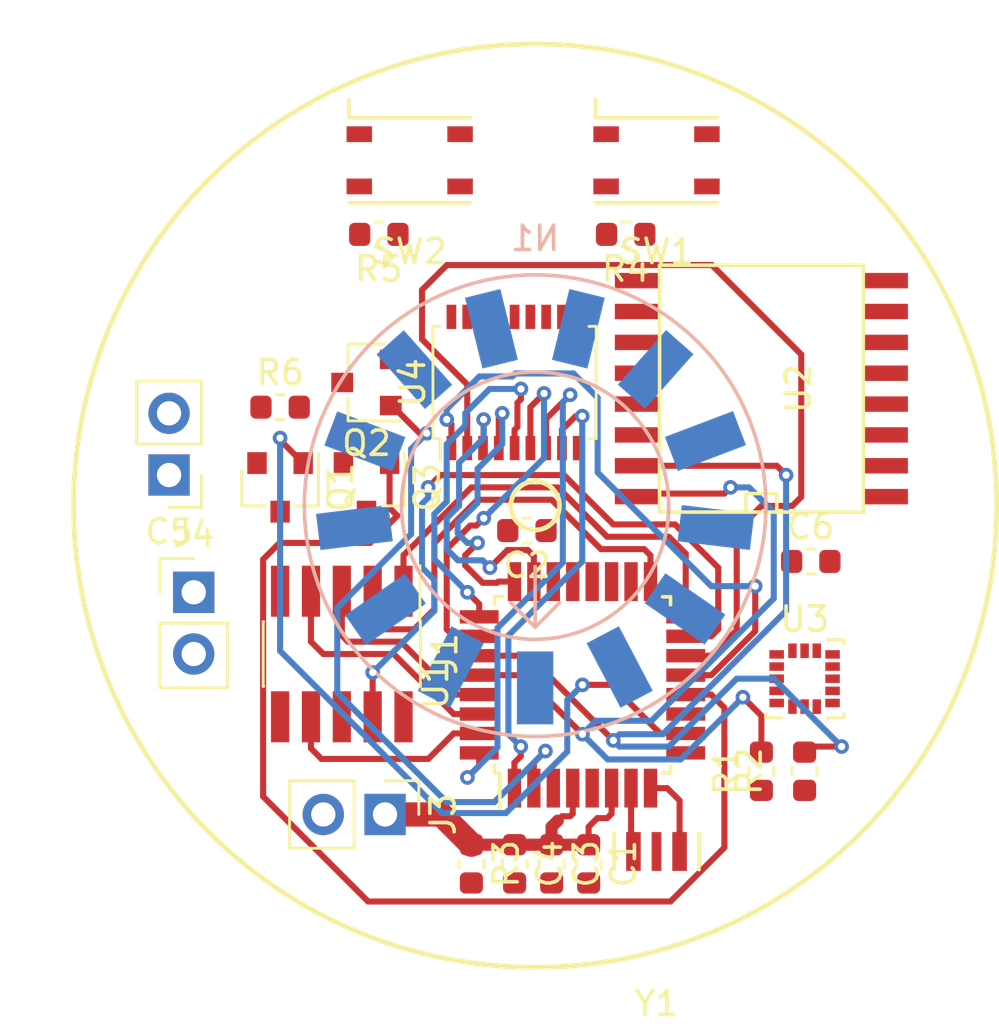
<source format=kicad_pcb>
(kicad_pcb (version 20171130) (host pcbnew "(5.0.2)-1")

  (general
    (thickness 1.6)
    (drawings 2)
    (tracks 280)
    (zones 0)
    (modules 26)
    (nets 40)
  )

  (page A4)
  (layers
    (0 F.Cu signal)
    (31 B.Cu signal)
    (32 B.Adhes user)
    (33 F.Adhes user)
    (34 B.Paste user)
    (35 F.Paste user)
    (36 B.SilkS user)
    (37 F.SilkS user)
    (38 B.Mask user)
    (39 F.Mask user)
    (40 Dwgs.User user)
    (41 Cmts.User user)
    (42 Eco1.User user)
    (43 Eco2.User user)
    (44 Edge.Cuts user)
    (45 Margin user)
    (46 B.CrtYd user)
    (47 F.CrtYd user)
    (48 B.Fab user)
    (49 F.Fab user)
  )

  (setup
    (last_trace_width 0.25)
    (user_trace_width 0.2)
    (user_trace_width 0.5)
    (user_trace_width 1)
    (user_trace_width 2)
    (trace_clearance 0.2)
    (zone_clearance 0.508)
    (zone_45_only no)
    (trace_min 0.2)
    (segment_width 0.2)
    (edge_width 0.15)
    (via_size 0.6)
    (via_drill 0.3)
    (via_min_size 0.4)
    (via_min_drill 0.3)
    (user_via 0.6 0.3)
    (user_via 0.8 0.4)
    (uvia_size 0.3)
    (uvia_drill 0.1)
    (uvias_allowed no)
    (uvia_min_size 0.2)
    (uvia_min_drill 0.1)
    (pcb_text_width 0.3)
    (pcb_text_size 1.5 1.5)
    (mod_edge_width 0.15)
    (mod_text_size 1 1)
    (mod_text_width 0.15)
    (pad_size 1.524 1.524)
    (pad_drill 0.762)
    (pad_to_mask_clearance 0.051)
    (solder_mask_min_width 0.25)
    (aux_axis_origin 0 0)
    (visible_elements 7FFFF7FF)
    (pcbplotparams
      (layerselection 0x010fc_ffffffff)
      (usegerberextensions false)
      (usegerberattributes false)
      (usegerberadvancedattributes false)
      (creategerberjobfile false)
      (excludeedgelayer true)
      (linewidth 0.100000)
      (plotframeref false)
      (viasonmask false)
      (mode 1)
      (useauxorigin false)
      (hpglpennumber 1)
      (hpglpenspeed 20)
      (hpglpendiameter 15.000000)
      (psnegative false)
      (psa4output false)
      (plotreference true)
      (plotvalue true)
      (plotinvisibletext false)
      (padsonsilk false)
      (subtractmaskfromsilk false)
      (outputformat 1)
      (mirror false)
      (drillshape 1)
      (scaleselection 1)
      (outputdirectory ""))
  )

  (net 0 "")
  (net 1 GND)
  (net 2 +BATT)
  (net 3 "Net-(C2-Pad1)")
  (net 4 /MISO)
  (net 5 /SCK)
  (net 6 /MOSI)
  (net 7 /RESET)
  (net 8 /RXD)
  (net 9 /TXD)
  (net 10 +HV)
  (net 11 "Net-(N1-Pad1)")
  (net 12 "Net-(N1-Pad2)")
  (net 13 "Net-(N1-Pad3)")
  (net 14 "Net-(N1-Pad4)")
  (net 15 "Net-(N1-Pad5)")
  (net 16 "Net-(N1-Pad6)")
  (net 17 "Net-(N1-Pad7)")
  (net 18 "Net-(N1-Pad8)")
  (net 19 "Net-(N1-Pad9)")
  (net 20 /NIX_ANODE)
  (net 21 "Net-(Q1-Pad2)")
  (net 22 /NIX_9)
  (net 23 /NIX_0)
  (net 24 /SCL)
  (net 25 /SDA)
  (net 26 "Net-(R4-Pad2)")
  (net 27 "Net-(R5-Pad2)")
  (net 28 /NIX_8)
  (net 29 "Net-(U1-Pad7)")
  (net 30 "Net-(U1-Pad8)")
  (net 31 /NIX_1)
  (net 32 /NIX_2)
  (net 33 /NIX_3)
  (net 34 /NIX_4)
  (net 35 /NIX_5)
  (net 36 /NIX_6)
  (net 37 /NIX_7)
  (net 38 "Net-(N1-Pad0)")
  (net 39 "Net-(N1-PadA)")

  (net_class Default "This is the default net class."
    (clearance 0.2)
    (trace_width 0.25)
    (via_dia 0.6)
    (via_drill 0.3)
    (uvia_dia 0.3)
    (uvia_drill 0.1)
    (add_net +BATT)
    (add_net +HV)
    (add_net /MISO)
    (add_net /MOSI)
    (add_net /NIX_0)
    (add_net /NIX_1)
    (add_net /NIX_2)
    (add_net /NIX_3)
    (add_net /NIX_4)
    (add_net /NIX_5)
    (add_net /NIX_6)
    (add_net /NIX_7)
    (add_net /NIX_8)
    (add_net /NIX_9)
    (add_net /NIX_ANODE)
    (add_net /RESET)
    (add_net /RXD)
    (add_net /SCK)
    (add_net /SCL)
    (add_net /SDA)
    (add_net /TXD)
    (add_net GND)
    (add_net "Net-(C2-Pad1)")
    (add_net "Net-(N1-Pad0)")
    (add_net "Net-(N1-Pad1)")
    (add_net "Net-(N1-Pad2)")
    (add_net "Net-(N1-Pad3)")
    (add_net "Net-(N1-Pad4)")
    (add_net "Net-(N1-Pad5)")
    (add_net "Net-(N1-Pad6)")
    (add_net "Net-(N1-Pad7)")
    (add_net "Net-(N1-Pad8)")
    (add_net "Net-(N1-Pad9)")
    (add_net "Net-(N1-PadA)")
    (add_net "Net-(Q1-Pad2)")
    (add_net "Net-(R4-Pad2)")
    (add_net "Net-(R5-Pad2)")
    (add_net "Net-(U1-Pad7)")
    (add_net "Net-(U1-Pad8)")
  )

  (net_class 0.5mm ""
    (clearance 0.2)
    (trace_width 0.5)
    (via_dia 0.8)
    (via_drill 0.4)
    (uvia_dia 0.3)
    (uvia_drill 0.1)
  )

  (net_class 1.0mm ""
    (clearance 0.2)
    (trace_width 1)
    (via_dia 0.8)
    (via_drill 0.4)
    (uvia_dia 0.3)
    (uvia_drill 0.1)
  )

  (net_class 2.0mm ""
    (clearance 0.2)
    (trace_width 2)
    (via_dia 0.8)
    (via_drill 0.4)
    (uvia_dia 0.3)
    (uvia_drill 0.1)
  )

  (module NixieHourGlass:IN-14_SMD (layer B.Cu) (tedit 5C53BB0D) (tstamp 5C5D4869)
    (at 90 80)
    (path /5C4155AF)
    (fp_text reference N1 (at 0 -11) (layer B.SilkS)
      (effects (font (size 1 1) (thickness 0.15)) (justify mirror))
    )
    (fp_text value IN-14 (at 0.932 10.424) (layer B.Fab)
      (effects (font (size 1 1) (thickness 0.15)) (justify mirror))
    )
    (fp_circle (center 0 0) (end 0 -9.5) (layer B.SilkS) (width 0.15))
    (fp_line (start 0 3) (end 0 2.5) (layer B.SilkS) (width 0.15))
    (fp_line (start 0.5 4.5) (end 1 4) (layer B.SilkS) (width 0.15))
    (fp_line (start -0.5 4.5) (end -1 4) (layer B.SilkS) (width 0.15))
    (fp_line (start 0 5) (end 0.5 4.5) (layer B.SilkS) (width 0.15))
    (fp_line (start 0 5) (end -0.5 4.5) (layer B.SilkS) (width 0.15))
    (fp_line (start 0 3) (end 0 5) (layer B.SilkS) (width 0.15))
    (fp_circle (center 0 0) (end 5.5 0) (layer B.SilkS) (width 0.15))
    (pad RHDP smd rect (at -3.47 6.64 332.4) (size 1.5 3) (layers B.Cu B.Paste B.Mask))
    (pad 0 smd rect (at -6.16 4.27 304.7) (size 1.5 3) (layers B.Cu B.Paste B.Mask)
      (net 38 "Net-(N1-Pad0)"))
    (pad 9 smd rect (at -7.44 0.9 277) (size 1.5 3) (layers B.Cu B.Paste B.Mask)
      (net 19 "Net-(N1-Pad9)"))
    (pad 8 smd rect (at -7.01 -2.65 249.3) (size 1.5 3) (layers B.Cu B.Paste B.Mask)
      (net 18 "Net-(N1-Pad8)"))
    (pad 7 smd rect (at -4.97 -5.6 221.6) (size 1.5 3) (layers B.Cu B.Paste B.Mask)
      (net 17 "Net-(N1-Pad7)"))
    (pad 6 smd rect (at -1.8 -7.28 193.9) (size 1.5 3) (layers B.Cu B.Paste B.Mask)
      (net 16 "Net-(N1-Pad6)"))
    (pad 5 smd rect (at 1.78 -7.28 166.2) (size 1.5 3) (layers B.Cu B.Paste B.Mask)
      (net 15 "Net-(N1-Pad5)"))
    (pad 4 smd rect (at 4.96 -5.61 138.5) (size 1.5 3) (layers B.Cu B.Paste B.Mask)
      (net 14 "Net-(N1-Pad4)"))
    (pad 3 smd rect (at 7.01 -2.66 110.8) (size 1.5 3) (layers B.Cu B.Paste B.Mask)
      (net 13 "Net-(N1-Pad3)"))
    (pad 2 smd rect (at 7.44 0.9 83.1) (size 1.5 3) (layers B.Cu B.Paste B.Mask)
      (net 12 "Net-(N1-Pad2)"))
    (pad 1 smd rect (at 6.17 4.25 55.4) (size 1.5 3) (layers B.Cu B.Paste B.Mask)
      (net 11 "Net-(N1-Pad1)"))
    (pad LHDP smd rect (at 3.48 6.64 27.7) (size 1.5 3) (layers B.Cu B.Paste B.Mask))
    (pad A smd rect (at 0 7.5) (size 1.5 3) (layers B.Cu B.Paste B.Mask)
      (net 39 "Net-(N1-PadA)"))
  )

  (module Pin_Headers:Pin_Header_Straight_2x05_Pitch1.27mm_SMD (layer F.Cu) (tedit 588DAF37) (tstamp 5C5D4828)
    (at 82.042 86.106 270)
    (descr "surface-mounted straight pin header, 2x05, 1.27mm pitch, double rows")
    (tags "Surface mounted pin header SMD 2x05 1.27mm double row")
    (path /5C5BFADA)
    (attr smd)
    (fp_text reference J1 (at 0 -4.235 270) (layer F.SilkS)
      (effects (font (size 1 1) (thickness 0.15)))
    )
    (fp_text value Conn_02x05_Odd_Even (at 0 4.235 270) (layer F.Fab)
      (effects (font (size 1 1) (thickness 0.15)))
    )
    (fp_line (start -1.27 -3.175) (end -1.27 3.175) (layer F.Fab) (width 0.1))
    (fp_line (start -1.27 3.175) (end 1.27 3.175) (layer F.Fab) (width 0.1))
    (fp_line (start 1.27 3.175) (end 1.27 -3.175) (layer F.Fab) (width 0.1))
    (fp_line (start 1.27 -3.175) (end -1.27 -3.175) (layer F.Fab) (width 0.1))
    (fp_line (start -1.27 -2.74) (end -1.27 -2.34) (layer F.Fab) (width 0.1))
    (fp_line (start -1.27 -2.34) (end -2.555 -2.34) (layer F.Fab) (width 0.1))
    (fp_line (start -2.555 -2.34) (end -2.555 -2.74) (layer F.Fab) (width 0.1))
    (fp_line (start -2.555 -2.74) (end -1.27 -2.74) (layer F.Fab) (width 0.1))
    (fp_line (start 1.27 -2.74) (end 1.27 -2.34) (layer F.Fab) (width 0.1))
    (fp_line (start 1.27 -2.34) (end 2.555 -2.34) (layer F.Fab) (width 0.1))
    (fp_line (start 2.555 -2.34) (end 2.555 -2.74) (layer F.Fab) (width 0.1))
    (fp_line (start 2.555 -2.74) (end 1.27 -2.74) (layer F.Fab) (width 0.1))
    (fp_line (start -1.27 -1.47) (end -1.27 -1.07) (layer F.Fab) (width 0.1))
    (fp_line (start -1.27 -1.07) (end -2.555 -1.07) (layer F.Fab) (width 0.1))
    (fp_line (start -2.555 -1.07) (end -2.555 -1.47) (layer F.Fab) (width 0.1))
    (fp_line (start -2.555 -1.47) (end -1.27 -1.47) (layer F.Fab) (width 0.1))
    (fp_line (start 1.27 -1.47) (end 1.27 -1.07) (layer F.Fab) (width 0.1))
    (fp_line (start 1.27 -1.07) (end 2.555 -1.07) (layer F.Fab) (width 0.1))
    (fp_line (start 2.555 -1.07) (end 2.555 -1.47) (layer F.Fab) (width 0.1))
    (fp_line (start 2.555 -1.47) (end 1.27 -1.47) (layer F.Fab) (width 0.1))
    (fp_line (start -1.27 -0.2) (end -1.27 0.2) (layer F.Fab) (width 0.1))
    (fp_line (start -1.27 0.2) (end -2.555 0.2) (layer F.Fab) (width 0.1))
    (fp_line (start -2.555 0.2) (end -2.555 -0.2) (layer F.Fab) (width 0.1))
    (fp_line (start -2.555 -0.2) (end -1.27 -0.2) (layer F.Fab) (width 0.1))
    (fp_line (start 1.27 -0.2) (end 1.27 0.2) (layer F.Fab) (width 0.1))
    (fp_line (start 1.27 0.2) (end 2.555 0.2) (layer F.Fab) (width 0.1))
    (fp_line (start 2.555 0.2) (end 2.555 -0.2) (layer F.Fab) (width 0.1))
    (fp_line (start 2.555 -0.2) (end 1.27 -0.2) (layer F.Fab) (width 0.1))
    (fp_line (start -1.27 1.07) (end -1.27 1.47) (layer F.Fab) (width 0.1))
    (fp_line (start -1.27 1.47) (end -2.555 1.47) (layer F.Fab) (width 0.1))
    (fp_line (start -2.555 1.47) (end -2.555 1.07) (layer F.Fab) (width 0.1))
    (fp_line (start -2.555 1.07) (end -1.27 1.07) (layer F.Fab) (width 0.1))
    (fp_line (start 1.27 1.07) (end 1.27 1.47) (layer F.Fab) (width 0.1))
    (fp_line (start 1.27 1.47) (end 2.555 1.47) (layer F.Fab) (width 0.1))
    (fp_line (start 2.555 1.47) (end 2.555 1.07) (layer F.Fab) (width 0.1))
    (fp_line (start 2.555 1.07) (end 1.27 1.07) (layer F.Fab) (width 0.1))
    (fp_line (start -1.27 2.34) (end -1.27 2.74) (layer F.Fab) (width 0.1))
    (fp_line (start -1.27 2.74) (end -2.555 2.74) (layer F.Fab) (width 0.1))
    (fp_line (start -2.555 2.74) (end -2.555 2.34) (layer F.Fab) (width 0.1))
    (fp_line (start -2.555 2.34) (end -1.27 2.34) (layer F.Fab) (width 0.1))
    (fp_line (start 1.27 2.34) (end 1.27 2.74) (layer F.Fab) (width 0.1))
    (fp_line (start 1.27 2.74) (end 2.555 2.74) (layer F.Fab) (width 0.1))
    (fp_line (start 2.555 2.74) (end 2.555 2.34) (layer F.Fab) (width 0.1))
    (fp_line (start 2.555 2.34) (end 1.27 2.34) (layer F.Fab) (width 0.1))
    (fp_line (start -1.33 -3.215) (end -1.33 -3.235) (layer F.SilkS) (width 0.12))
    (fp_line (start -1.33 -3.235) (end 1.33 -3.235) (layer F.SilkS) (width 0.12))
    (fp_line (start 1.33 -3.235) (end 1.33 -3.215) (layer F.SilkS) (width 0.12))
    (fp_line (start -1.33 3.215) (end -1.33 3.235) (layer F.SilkS) (width 0.12))
    (fp_line (start -1.33 3.235) (end 1.33 3.235) (layer F.SilkS) (width 0.12))
    (fp_line (start 1.33 3.235) (end 1.33 3.215) (layer F.SilkS) (width 0.12))
    (fp_line (start -3.635 -3.215) (end -1.33 -3.215) (layer F.SilkS) (width 0.12))
    (fp_line (start -3.9 -3.45) (end -3.9 3.45) (layer F.CrtYd) (width 0.05))
    (fp_line (start -3.9 3.45) (end 3.9 3.45) (layer F.CrtYd) (width 0.05))
    (fp_line (start 3.9 3.45) (end 3.9 -3.45) (layer F.CrtYd) (width 0.05))
    (fp_line (start 3.9 -3.45) (end -3.9 -3.45) (layer F.CrtYd) (width 0.05))
    (pad 1 smd rect (at -2.585 -2.54 270) (size 2.1 0.75) (layers F.Cu F.Mask)
      (net 4 /MISO))
    (pad 2 smd rect (at 2.585 -2.54 270) (size 2.1 0.75) (layers F.Cu F.Mask)
      (net 2 +BATT))
    (pad 3 smd rect (at -2.585 -1.27 270) (size 2.1 0.75) (layers F.Cu F.Mask)
      (net 5 /SCK))
    (pad 4 smd rect (at 2.585 -1.27 270) (size 2.1 0.75) (layers F.Cu F.Mask)
      (net 6 /MOSI))
    (pad 5 smd rect (at -2.585 0 270) (size 2.1 0.75) (layers F.Cu F.Mask)
      (net 7 /RESET))
    (pad 6 smd rect (at 2.585 0 270) (size 2.1 0.75) (layers F.Cu F.Mask)
      (net 1 GND))
    (pad 7 smd rect (at -2.585 1.27 270) (size 2.1 0.75) (layers F.Cu F.Mask)
      (net 8 /RXD))
    (pad 8 smd rect (at 2.585 1.27 270) (size 2.1 0.75) (layers F.Cu F.Mask)
      (net 9 /TXD))
    (pad 9 smd rect (at -2.585 2.54 270) (size 2.1 0.75) (layers F.Cu F.Mask))
    (pad 10 smd rect (at 2.585 2.54 270) (size 2.1 0.75) (layers F.Cu F.Mask))
    (model Pin_Headers.3dshapes/Pin_Header_Straight_2x05_Pitch1.27mm_SMD.wrl
      (at (xyz 0 0 0))
      (scale (xyz 1 1 1))
      (rotate (xyz 0 0 0))
    )
  )

  (module Pin_Headers:Pin_Header_Straight_1x02_Pitch2.54mm (layer F.Cu) (tedit 5862ED52) (tstamp 5C548A3B)
    (at 83.82 92.71 270)
    (descr "Through hole straight pin header, 1x02, 2.54mm pitch, single row")
    (tags "Through hole pin header THT 1x02 2.54mm single row")
    (path /5C4C8F57)
    (fp_text reference J3 (at 0 -2.39 270) (layer F.SilkS)
      (effects (font (size 1 1) (thickness 0.15)))
    )
    (fp_text value VBAT_OUT (at 0 4.93 270) (layer F.Fab)
      (effects (font (size 1 1) (thickness 0.15)))
    )
    (fp_line (start -1.27 -1.27) (end -1.27 3.81) (layer F.Fab) (width 0.1))
    (fp_line (start -1.27 3.81) (end 1.27 3.81) (layer F.Fab) (width 0.1))
    (fp_line (start 1.27 3.81) (end 1.27 -1.27) (layer F.Fab) (width 0.1))
    (fp_line (start 1.27 -1.27) (end -1.27 -1.27) (layer F.Fab) (width 0.1))
    (fp_line (start -1.39 1.27) (end -1.39 3.93) (layer F.SilkS) (width 0.12))
    (fp_line (start -1.39 3.93) (end 1.39 3.93) (layer F.SilkS) (width 0.12))
    (fp_line (start 1.39 3.93) (end 1.39 1.27) (layer F.SilkS) (width 0.12))
    (fp_line (start 1.39 1.27) (end -1.39 1.27) (layer F.SilkS) (width 0.12))
    (fp_line (start -1.39 0) (end -1.39 -1.39) (layer F.SilkS) (width 0.12))
    (fp_line (start -1.39 -1.39) (end 0 -1.39) (layer F.SilkS) (width 0.12))
    (fp_line (start -1.6 -1.6) (end -1.6 4.1) (layer F.CrtYd) (width 0.05))
    (fp_line (start -1.6 4.1) (end 1.6 4.1) (layer F.CrtYd) (width 0.05))
    (fp_line (start 1.6 4.1) (end 1.6 -1.6) (layer F.CrtYd) (width 0.05))
    (fp_line (start 1.6 -1.6) (end -1.6 -1.6) (layer F.CrtYd) (width 0.05))
    (pad 1 thru_hole rect (at 0 0 270) (size 1.7 1.7) (drill 1) (layers *.Cu *.Mask)
      (net 2 +BATT))
    (pad 2 thru_hole oval (at 0 2.54 270) (size 1.7 1.7) (drill 1) (layers *.Cu *.Mask)
      (net 1 GND))
    (model Pin_Headers.3dshapes/Pin_Header_Straight_1x02_Pitch2.54mm.wrl
      (offset (xyz 0 -1.269999980926514 0))
      (scale (xyz 1 1 1))
      (rotate (xyz 0 0 90))
    )
  )

  (module Pin_Headers:Pin_Header_Straight_1x02_Pitch2.54mm (layer F.Cu) (tedit 5862ED52) (tstamp 5C5D4850)
    (at 75.946 83.566)
    (descr "Through hole straight pin header, 1x02, 2.54mm pitch, single row")
    (tags "Through hole pin header THT 1x02 2.54mm single row")
    (path /5C4BA536)
    (fp_text reference J4 (at 0 -2.39) (layer F.SilkS)
      (effects (font (size 1 1) (thickness 0.15)))
    )
    (fp_text value HV_IN (at 0 4.93) (layer F.Fab)
      (effects (font (size 1 1) (thickness 0.15)))
    )
    (fp_line (start 1.6 -1.6) (end -1.6 -1.6) (layer F.CrtYd) (width 0.05))
    (fp_line (start 1.6 4.1) (end 1.6 -1.6) (layer F.CrtYd) (width 0.05))
    (fp_line (start -1.6 4.1) (end 1.6 4.1) (layer F.CrtYd) (width 0.05))
    (fp_line (start -1.6 -1.6) (end -1.6 4.1) (layer F.CrtYd) (width 0.05))
    (fp_line (start -1.39 -1.39) (end 0 -1.39) (layer F.SilkS) (width 0.12))
    (fp_line (start -1.39 0) (end -1.39 -1.39) (layer F.SilkS) (width 0.12))
    (fp_line (start 1.39 1.27) (end -1.39 1.27) (layer F.SilkS) (width 0.12))
    (fp_line (start 1.39 3.93) (end 1.39 1.27) (layer F.SilkS) (width 0.12))
    (fp_line (start -1.39 3.93) (end 1.39 3.93) (layer F.SilkS) (width 0.12))
    (fp_line (start -1.39 1.27) (end -1.39 3.93) (layer F.SilkS) (width 0.12))
    (fp_line (start 1.27 -1.27) (end -1.27 -1.27) (layer F.Fab) (width 0.1))
    (fp_line (start 1.27 3.81) (end 1.27 -1.27) (layer F.Fab) (width 0.1))
    (fp_line (start -1.27 3.81) (end 1.27 3.81) (layer F.Fab) (width 0.1))
    (fp_line (start -1.27 -1.27) (end -1.27 3.81) (layer F.Fab) (width 0.1))
    (pad 2 thru_hole oval (at 0 2.54) (size 1.7 1.7) (drill 1) (layers *.Cu *.Mask)
      (net 1 GND))
    (pad 1 thru_hole rect (at 0 0) (size 1.7 1.7) (drill 1) (layers *.Cu *.Mask)
      (net 10 +HV))
    (model Pin_Headers.3dshapes/Pin_Header_Straight_1x02_Pitch2.54mm.wrl
      (offset (xyz 0 -1.269999980926514 0))
      (scale (xyz 1 1 1))
      (rotate (xyz 0 0 90))
    )
  )

  (module TO_SOT_SMD:SOT-23 (layer F.Cu) (tedit 5883B105) (tstamp 5C5D487D)
    (at 79.502 79.248 270)
    (descr "SOT-23, Standard")
    (tags SOT-23)
    (path /5C45D885)
    (attr smd)
    (fp_text reference Q1 (at 0 -2.5 270) (layer F.SilkS)
      (effects (font (size 1 1) (thickness 0.15)))
    )
    (fp_text value Q_NPN_BEC (at 0 2.5 270) (layer F.Fab)
      (effects (font (size 1 1) (thickness 0.15)))
    )
    (fp_line (start -0.7 -0.95) (end -0.7 1.5) (layer F.Fab) (width 0.1))
    (fp_line (start -0.15 -1.52) (end 0.7 -1.52) (layer F.Fab) (width 0.1))
    (fp_line (start -0.7 -0.95) (end -0.15 -1.52) (layer F.Fab) (width 0.1))
    (fp_line (start 0.7 -1.52) (end 0.7 1.52) (layer F.Fab) (width 0.1))
    (fp_line (start -0.7 1.52) (end 0.7 1.52) (layer F.Fab) (width 0.1))
    (fp_line (start 0.76 1.58) (end 0.76 0.65) (layer F.SilkS) (width 0.12))
    (fp_line (start 0.76 -1.58) (end 0.76 -0.65) (layer F.SilkS) (width 0.12))
    (fp_line (start -1.7 -1.75) (end 1.7 -1.75) (layer F.CrtYd) (width 0.05))
    (fp_line (start 1.7 -1.75) (end 1.7 1.75) (layer F.CrtYd) (width 0.05))
    (fp_line (start 1.7 1.75) (end -1.7 1.75) (layer F.CrtYd) (width 0.05))
    (fp_line (start -1.7 1.75) (end -1.7 -1.75) (layer F.CrtYd) (width 0.05))
    (fp_line (start 0.76 -1.58) (end -1.4 -1.58) (layer F.SilkS) (width 0.12))
    (fp_line (start 0.76 1.58) (end -0.7 1.58) (layer F.SilkS) (width 0.12))
    (pad 1 smd rect (at -1 -0.95 270) (size 0.9 0.8) (layers F.Cu F.Paste F.Mask)
      (net 20 /NIX_ANODE))
    (pad 2 smd rect (at -1 0.95 270) (size 0.9 0.8) (layers F.Cu F.Paste F.Mask)
      (net 21 "Net-(Q1-Pad2)"))
    (pad 3 smd rect (at 1 0 270) (size 0.9 0.8) (layers F.Cu F.Paste F.Mask)
      (net 10 +HV))
    (model TO_SOT_Packages_SMD.3dshapes/SOT-23.wrl
      (at (xyz 0 0 0))
      (scale (xyz 1 1 1))
      (rotate (xyz 0 0 90))
    )
  )

  (module TO_SOT_SMD:SOT-23 (layer F.Cu) (tedit 5883B105) (tstamp 5C5D4891)
    (at 83.058 74.93 180)
    (descr "SOT-23, Standard")
    (tags SOT-23)
    (path /5C461ED6)
    (attr smd)
    (fp_text reference Q2 (at 0 -2.5 180) (layer F.SilkS)
      (effects (font (size 1 1) (thickness 0.15)))
    )
    (fp_text value MMBTA42 (at 0 2.5 180) (layer F.Fab)
      (effects (font (size 1 1) (thickness 0.15)))
    )
    (fp_line (start 0.76 1.58) (end -0.7 1.58) (layer F.SilkS) (width 0.12))
    (fp_line (start 0.76 -1.58) (end -1.4 -1.58) (layer F.SilkS) (width 0.12))
    (fp_line (start -1.7 1.75) (end -1.7 -1.75) (layer F.CrtYd) (width 0.05))
    (fp_line (start 1.7 1.75) (end -1.7 1.75) (layer F.CrtYd) (width 0.05))
    (fp_line (start 1.7 -1.75) (end 1.7 1.75) (layer F.CrtYd) (width 0.05))
    (fp_line (start -1.7 -1.75) (end 1.7 -1.75) (layer F.CrtYd) (width 0.05))
    (fp_line (start 0.76 -1.58) (end 0.76 -0.65) (layer F.SilkS) (width 0.12))
    (fp_line (start 0.76 1.58) (end 0.76 0.65) (layer F.SilkS) (width 0.12))
    (fp_line (start -0.7 1.52) (end 0.7 1.52) (layer F.Fab) (width 0.1))
    (fp_line (start 0.7 -1.52) (end 0.7 1.52) (layer F.Fab) (width 0.1))
    (fp_line (start -0.7 -0.95) (end -0.15 -1.52) (layer F.Fab) (width 0.1))
    (fp_line (start -0.15 -1.52) (end 0.7 -1.52) (layer F.Fab) (width 0.1))
    (fp_line (start -0.7 -0.95) (end -0.7 1.5) (layer F.Fab) (width 0.1))
    (pad 3 smd rect (at 1 0 180) (size 0.9 0.8) (layers F.Cu F.Paste F.Mask)
      (net 19 "Net-(N1-Pad9)"))
    (pad 2 smd rect (at -1 0.95 180) (size 0.9 0.8) (layers F.Cu F.Paste F.Mask)
      (net 1 GND))
    (pad 1 smd rect (at -1 -0.95 180) (size 0.9 0.8) (layers F.Cu F.Paste F.Mask)
      (net 22 /NIX_9))
    (model TO_SOT_Packages_SMD.3dshapes/SOT-23.wrl
      (at (xyz 0 0 0))
      (scale (xyz 1 1 1))
      (rotate (xyz 0 0 90))
    )
  )

  (module TO_SOT_SMD:SOT-23 (layer F.Cu) (tedit 5883B105) (tstamp 5C5D48A5)
    (at 83.058 79.248 270)
    (descr "SOT-23, Standard")
    (tags SOT-23)
    (path /5C461F72)
    (attr smd)
    (fp_text reference Q3 (at 0 -2.5 270) (layer F.SilkS)
      (effects (font (size 1 1) (thickness 0.15)))
    )
    (fp_text value MMBTA42 (at 0 2.5 270) (layer F.Fab)
      (effects (font (size 1 1) (thickness 0.15)))
    )
    (fp_line (start -0.7 -0.95) (end -0.7 1.5) (layer F.Fab) (width 0.1))
    (fp_line (start -0.15 -1.52) (end 0.7 -1.52) (layer F.Fab) (width 0.1))
    (fp_line (start -0.7 -0.95) (end -0.15 -1.52) (layer F.Fab) (width 0.1))
    (fp_line (start 0.7 -1.52) (end 0.7 1.52) (layer F.Fab) (width 0.1))
    (fp_line (start -0.7 1.52) (end 0.7 1.52) (layer F.Fab) (width 0.1))
    (fp_line (start 0.76 1.58) (end 0.76 0.65) (layer F.SilkS) (width 0.12))
    (fp_line (start 0.76 -1.58) (end 0.76 -0.65) (layer F.SilkS) (width 0.12))
    (fp_line (start -1.7 -1.75) (end 1.7 -1.75) (layer F.CrtYd) (width 0.05))
    (fp_line (start 1.7 -1.75) (end 1.7 1.75) (layer F.CrtYd) (width 0.05))
    (fp_line (start 1.7 1.75) (end -1.7 1.75) (layer F.CrtYd) (width 0.05))
    (fp_line (start -1.7 1.75) (end -1.7 -1.75) (layer F.CrtYd) (width 0.05))
    (fp_line (start 0.76 -1.58) (end -1.4 -1.58) (layer F.SilkS) (width 0.12))
    (fp_line (start 0.76 1.58) (end -0.7 1.58) (layer F.SilkS) (width 0.12))
    (pad 1 smd rect (at -1 -0.95 270) (size 0.9 0.8) (layers F.Cu F.Paste F.Mask)
      (net 23 /NIX_0))
    (pad 2 smd rect (at -1 0.95 270) (size 0.9 0.8) (layers F.Cu F.Paste F.Mask)
      (net 1 GND))
    (pad 3 smd rect (at 1 0 270) (size 0.9 0.8) (layers F.Cu F.Paste F.Mask)
      (net 38 "Net-(N1-Pad0)"))
    (model TO_SOT_Packages_SMD.3dshapes/SOT-23.wrl
      (at (xyz 0 0 0))
      (scale (xyz 1 1 1))
      (rotate (xyz 0 0 90))
    )
  )

  (module NixieHourGlass:SW_Tactile_SKRPACE010 (layer F.Cu) (tedit 5C51201A) (tstamp 5C5D4916)
    (at 94.996 65.786)
    (path /5C51921F)
    (fp_text reference SW1 (at 0 3.75) (layer F.SilkS)
      (effects (font (size 1 1) (thickness 0.15)))
    )
    (fp_text value SKRPACE010 (at 0.5 -5.75) (layer F.Fab)
      (effects (font (size 1 1) (thickness 0.15)))
    )
    (fp_line (start -2.5 -1.75) (end 2.5 -1.75) (layer F.SilkS) (width 0.15))
    (fp_line (start -2.5 1.75) (end 2.5 1.75) (layer F.SilkS) (width 0.15))
    (fp_line (start -2.5 -1.75) (end -2.5 -2.5) (layer F.SilkS) (width 0.15))
    (pad 1 smd rect (at -2.075 -1.075) (size 1.05 0.65) (layers F.Cu F.Paste F.Mask)
      (net 1 GND))
    (pad 2 smd rect (at 2.075 -1.075) (size 1.05 0.65) (layers F.Cu F.Paste F.Mask)
      (net 1 GND))
    (pad 3 smd rect (at -2.075 1.075) (size 1.05 0.65) (layers F.Cu F.Paste F.Mask)
      (net 26 "Net-(R4-Pad2)"))
    (pad 4 smd rect (at 2.075 1.075) (size 1.05 0.65) (layers F.Cu F.Paste F.Mask)
      (net 26 "Net-(R4-Pad2)"))
  )

  (module NixieHourGlass:SW_Tactile_SKRPACE010 (layer F.Cu) (tedit 5C51201A) (tstamp 5C5D4921)
    (at 84.836 65.786)
    (path /5C5192AB)
    (fp_text reference SW2 (at 0 3.75) (layer F.SilkS)
      (effects (font (size 1 1) (thickness 0.15)))
    )
    (fp_text value SKRPACE010 (at 0.5 -5.75) (layer F.Fab)
      (effects (font (size 1 1) (thickness 0.15)))
    )
    (fp_line (start -2.5 -1.75) (end -2.5 -2.5) (layer F.SilkS) (width 0.15))
    (fp_line (start -2.5 1.75) (end 2.5 1.75) (layer F.SilkS) (width 0.15))
    (fp_line (start -2.5 -1.75) (end 2.5 -1.75) (layer F.SilkS) (width 0.15))
    (pad 4 smd rect (at 2.075 1.075) (size 1.05 0.65) (layers F.Cu F.Paste F.Mask)
      (net 27 "Net-(R5-Pad2)"))
    (pad 3 smd rect (at -2.075 1.075) (size 1.05 0.65) (layers F.Cu F.Paste F.Mask)
      (net 27 "Net-(R5-Pad2)"))
    (pad 2 smd rect (at 2.075 -1.075) (size 1.05 0.65) (layers F.Cu F.Paste F.Mask)
      (net 1 GND))
    (pad 1 smd rect (at -2.075 -1.075) (size 1.05 0.65) (layers F.Cu F.Paste F.Mask)
      (net 1 GND))
  )

  (module Package_QFP:TQFP-32_7x7mm_P0.8mm (layer F.Cu) (tedit 5A02F146) (tstamp 5C5D4958)
    (at 91.948 87.376 90)
    (descr "32-Lead Plastic Thin Quad Flatpack (PT) - 7x7x1.0 mm Body, 2.00 mm [TQFP] (see Microchip Packaging Specification 00000049BS.pdf)")
    (tags "QFP 0.8")
    (path /5C416B84)
    (attr smd)
    (fp_text reference U1 (at 0 -6.05 90) (layer F.SilkS)
      (effects (font (size 1 1) (thickness 0.15)))
    )
    (fp_text value ATmega328P-AU (at 0 6.05 90) (layer F.Fab)
      (effects (font (size 1 1) (thickness 0.15)))
    )
    (fp_text user %R (at 0 0 90) (layer F.Fab)
      (effects (font (size 1 1) (thickness 0.15)))
    )
    (fp_line (start -2.5 -3.5) (end 3.5 -3.5) (layer F.Fab) (width 0.15))
    (fp_line (start 3.5 -3.5) (end 3.5 3.5) (layer F.Fab) (width 0.15))
    (fp_line (start 3.5 3.5) (end -3.5 3.5) (layer F.Fab) (width 0.15))
    (fp_line (start -3.5 3.5) (end -3.5 -2.5) (layer F.Fab) (width 0.15))
    (fp_line (start -3.5 -2.5) (end -2.5 -3.5) (layer F.Fab) (width 0.15))
    (fp_line (start -5.3 -5.3) (end -5.3 5.3) (layer F.CrtYd) (width 0.05))
    (fp_line (start 5.3 -5.3) (end 5.3 5.3) (layer F.CrtYd) (width 0.05))
    (fp_line (start -5.3 -5.3) (end 5.3 -5.3) (layer F.CrtYd) (width 0.05))
    (fp_line (start -5.3 5.3) (end 5.3 5.3) (layer F.CrtYd) (width 0.05))
    (fp_line (start -3.625 -3.625) (end -3.625 -3.4) (layer F.SilkS) (width 0.15))
    (fp_line (start 3.625 -3.625) (end 3.625 -3.3) (layer F.SilkS) (width 0.15))
    (fp_line (start 3.625 3.625) (end 3.625 3.3) (layer F.SilkS) (width 0.15))
    (fp_line (start -3.625 3.625) (end -3.625 3.3) (layer F.SilkS) (width 0.15))
    (fp_line (start -3.625 -3.625) (end -3.3 -3.625) (layer F.SilkS) (width 0.15))
    (fp_line (start -3.625 3.625) (end -3.3 3.625) (layer F.SilkS) (width 0.15))
    (fp_line (start 3.625 3.625) (end 3.3 3.625) (layer F.SilkS) (width 0.15))
    (fp_line (start 3.625 -3.625) (end 3.3 -3.625) (layer F.SilkS) (width 0.15))
    (fp_line (start -3.625 -3.4) (end -5.05 -3.4) (layer F.SilkS) (width 0.15))
    (pad 1 smd rect (at -4.25 -2.8 90) (size 1.6 0.55) (layers F.Cu F.Paste F.Mask)
      (net 28 /NIX_8))
    (pad 2 smd rect (at -4.25 -2 90) (size 1.6 0.55) (layers F.Cu F.Paste F.Mask)
      (net 22 /NIX_9))
    (pad 3 smd rect (at -4.25 -1.2 90) (size 1.6 0.55) (layers F.Cu F.Paste F.Mask)
      (net 1 GND))
    (pad 4 smd rect (at -4.25 -0.4 90) (size 1.6 0.55) (layers F.Cu F.Paste F.Mask)
      (net 2 +BATT))
    (pad 5 smd rect (at -4.25 0.4 90) (size 1.6 0.55) (layers F.Cu F.Paste F.Mask)
      (net 1 GND))
    (pad 6 smd rect (at -4.25 1.2 90) (size 1.6 0.55) (layers F.Cu F.Paste F.Mask)
      (net 2 +BATT))
    (pad 7 smd rect (at -4.25 2 90) (size 1.6 0.55) (layers F.Cu F.Paste F.Mask)
      (net 29 "Net-(U1-Pad7)"))
    (pad 8 smd rect (at -4.25 2.8 90) (size 1.6 0.55) (layers F.Cu F.Paste F.Mask)
      (net 30 "Net-(U1-Pad8)"))
    (pad 9 smd rect (at -2.8 4.25 180) (size 1.6 0.55) (layers F.Cu F.Paste F.Mask))
    (pad 10 smd rect (at -2 4.25 180) (size 1.6 0.55) (layers F.Cu F.Paste F.Mask)
      (net 20 /NIX_ANODE))
    (pad 11 smd rect (at -1.2 4.25 180) (size 1.6 0.55) (layers F.Cu F.Paste F.Mask))
    (pad 12 smd rect (at -0.4 4.25 180) (size 1.6 0.55) (layers F.Cu F.Paste F.Mask)
      (net 23 /NIX_0))
    (pad 13 smd rect (at 0.4 4.25 180) (size 1.6 0.55) (layers F.Cu F.Paste F.Mask)
      (net 31 /NIX_1))
    (pad 14 smd rect (at 1.2 4.25 180) (size 1.6 0.55) (layers F.Cu F.Paste F.Mask)
      (net 32 /NIX_2))
    (pad 15 smd rect (at 2 4.25 180) (size 1.6 0.55) (layers F.Cu F.Paste F.Mask)
      (net 6 /MOSI))
    (pad 16 smd rect (at 2.8 4.25 180) (size 1.6 0.55) (layers F.Cu F.Paste F.Mask)
      (net 4 /MISO))
    (pad 17 smd rect (at 4.25 2.8 90) (size 1.6 0.55) (layers F.Cu F.Paste F.Mask)
      (net 5 /SCK))
    (pad 18 smd rect (at 4.25 2 90) (size 1.6 0.55) (layers F.Cu F.Paste F.Mask)
      (net 2 +BATT))
    (pad 19 smd rect (at 4.25 1.2 90) (size 1.6 0.55) (layers F.Cu F.Paste F.Mask))
    (pad 20 smd rect (at 4.25 0.4 90) (size 1.6 0.55) (layers F.Cu F.Paste F.Mask)
      (net 3 "Net-(C2-Pad1)"))
    (pad 21 smd rect (at 4.25 -0.4 90) (size 1.6 0.55) (layers F.Cu F.Paste F.Mask)
      (net 1 GND))
    (pad 22 smd rect (at 4.25 -1.2 90) (size 1.6 0.55) (layers F.Cu F.Paste F.Mask))
    (pad 23 smd rect (at 4.25 -2 90) (size 1.6 0.55) (layers F.Cu F.Paste F.Mask)
      (net 33 /NIX_3))
    (pad 24 smd rect (at 4.25 -2.8 90) (size 1.6 0.55) (layers F.Cu F.Paste F.Mask)
      (net 34 /NIX_4))
    (pad 25 smd rect (at 2.8 -4.25 180) (size 1.6 0.55) (layers F.Cu F.Paste F.Mask)
      (net 35 /NIX_5))
    (pad 26 smd rect (at 2 -4.25 180) (size 1.6 0.55) (layers F.Cu F.Paste F.Mask)
      (net 36 /NIX_6))
    (pad 27 smd rect (at 1.2 -4.25 180) (size 1.6 0.55) (layers F.Cu F.Paste F.Mask)
      (net 25 /SDA))
    (pad 28 smd rect (at 0.4 -4.25 180) (size 1.6 0.55) (layers F.Cu F.Paste F.Mask)
      (net 24 /SCL))
    (pad 29 smd rect (at -0.4 -4.25 180) (size 1.6 0.55) (layers F.Cu F.Paste F.Mask)
      (net 7 /RESET))
    (pad 30 smd rect (at -1.2 -4.25 180) (size 1.6 0.55) (layers F.Cu F.Paste F.Mask)
      (net 8 /RXD))
    (pad 31 smd rect (at -2 -4.25 180) (size 1.6 0.55) (layers F.Cu F.Paste F.Mask)
      (net 9 /TXD))
    (pad 32 smd rect (at -2.8 -4.25 180) (size 1.6 0.55) (layers F.Cu F.Paste F.Mask)
      (net 37 /NIX_7))
    (model ${KISYS3DMOD}/Package_QFP.3dshapes/TQFP-32_7x7mm_P0.8mm.wrl
      (at (xyz 0 0 0))
      (scale (xyz 1 1 1))
      (rotate (xyz 0 0 0))
    )
  )

  (module SMD_Packages:SO-16-L (layer F.Cu) (tedit 0) (tstamp 5C5D4973)
    (at 99.314 75.184 90)
    (path /5C5005AF)
    (attr smd)
    (fp_text reference U2 (at 0 1.524 90) (layer F.SilkS)
      (effects (font (size 1 1) (thickness 0.15)))
    )
    (fp_text value DS3231 (at 0.254 -1.27 90) (layer F.Fab)
      (effects (font (size 1 1) (thickness 0.15)))
    )
    (fp_line (start 5.08 4.191) (end -5.08 4.191) (layer F.SilkS) (width 0.15))
    (fp_line (start -5.08 4.191) (end -5.08 -4.191) (layer F.SilkS) (width 0.15))
    (fp_line (start -5.08 -4.191) (end 5.08 -4.191) (layer F.SilkS) (width 0.15))
    (fp_line (start 5.08 -4.191) (end 5.08 4.191) (layer F.SilkS) (width 0.15))
    (fp_line (start -5.08 -0.635) (end -4.318 -0.635) (layer F.SilkS) (width 0.15))
    (fp_line (start -4.318 -0.635) (end -4.318 0.635) (layer F.SilkS) (width 0.15))
    (fp_line (start -4.318 0.635) (end -5.08 0.635) (layer F.SilkS) (width 0.15))
    (pad 1 smd rect (at -4.445 5.08 90) (size 0.635 1.905) (layers F.Cu F.Paste F.Mask))
    (pad 2 smd rect (at -3.175 5.08 90) (size 0.635 1.905) (layers F.Cu F.Paste F.Mask)
      (net 2 +BATT))
    (pad 3 smd rect (at -1.905 5.08 90) (size 0.635 1.905) (layers F.Cu F.Paste F.Mask))
    (pad 4 smd rect (at -0.635 5.08 90) (size 0.635 1.905) (layers F.Cu F.Paste F.Mask)
      (net 2 +BATT))
    (pad 5 smd rect (at 0.635 5.08 90) (size 0.635 1.905) (layers F.Cu F.Paste F.Mask))
    (pad 6 smd rect (at 1.905 5.08 90) (size 0.635 1.905) (layers F.Cu F.Paste F.Mask))
    (pad 7 smd rect (at 3.175 5.08 90) (size 0.635 1.905) (layers F.Cu F.Paste F.Mask))
    (pad 8 smd rect (at 4.445 5.08 90) (size 0.635 1.905) (layers F.Cu F.Paste F.Mask))
    (pad 9 smd rect (at 4.445 -5.08 90) (size 0.635 1.905) (layers F.Cu F.Paste F.Mask))
    (pad 10 smd rect (at 3.175 -5.08 90) (size 0.635 1.905) (layers F.Cu F.Paste F.Mask))
    (pad 11 smd rect (at 1.905 -5.08 90) (size 0.635 1.905) (layers F.Cu F.Paste F.Mask))
    (pad 12 smd rect (at 0.635 -5.08 90) (size 0.635 1.905) (layers F.Cu F.Paste F.Mask))
    (pad 13 smd rect (at -0.635 -5.08 90) (size 0.635 1.905) (layers F.Cu F.Paste F.Mask)
      (net 1 GND))
    (pad 14 smd rect (at -1.905 -5.08 90) (size 0.635 1.905) (layers F.Cu F.Paste F.Mask)
      (net 2 +BATT))
    (pad 15 smd rect (at -3.175 -5.08 90) (size 0.635 1.905) (layers F.Cu F.Paste F.Mask)
      (net 25 /SDA))
    (pad 16 smd rect (at -4.445 -5.08 90) (size 0.635 1.905) (layers F.Cu F.Paste F.Mask)
      (net 24 /SCL))
    (model SMD_Packages.3dshapes/SO-16-L.wrl
      (at (xyz 0 0 0))
      (scale (xyz 0.5 0.6 0.5))
      (rotate (xyz 0 0 0))
    )
  )

  (module Package_LGA:LGA-16_3x3mm_P0.5mm_LayoutBorder3x5y (layer F.Cu) (tedit 5AE4FD82) (tstamp 5C5D4997)
    (at 101.092 87.122)
    (descr "LGA, 16 Pin (http://www.st.com/resource/en/datasheet/lis331hh.pdf), generated with kicad-footprint-generator ipc_lga_layoutBorder_generator.py")
    (tags "LGA LGA")
    (path /5C4A5D3C)
    (attr smd)
    (fp_text reference U3 (at 0 -2.45) (layer F.SilkS)
      (effects (font (size 1 1) (thickness 0.15)))
    )
    (fp_text value LIS3DHTR (at 0 2.45) (layer F.Fab)
      (effects (font (size 1 1) (thickness 0.15)))
    )
    (fp_line (start 0.935 -1.61) (end 1.61 -1.61) (layer F.SilkS) (width 0.12))
    (fp_line (start 1.61 -1.61) (end 1.61 -1.435) (layer F.SilkS) (width 0.12))
    (fp_line (start 0.935 1.61) (end 1.61 1.61) (layer F.SilkS) (width 0.12))
    (fp_line (start 1.61 1.61) (end 1.61 1.435) (layer F.SilkS) (width 0.12))
    (fp_line (start -0.935 1.61) (end -1.61 1.61) (layer F.SilkS) (width 0.12))
    (fp_line (start -1.61 1.61) (end -1.61 1.435) (layer F.SilkS) (width 0.12))
    (fp_line (start -0.75 -1.5) (end 1.5 -1.5) (layer F.Fab) (width 0.1))
    (fp_line (start 1.5 -1.5) (end 1.5 1.5) (layer F.Fab) (width 0.1))
    (fp_line (start 1.5 1.5) (end -1.5 1.5) (layer F.Fab) (width 0.1))
    (fp_line (start -1.5 1.5) (end -1.5 -0.75) (layer F.Fab) (width 0.1))
    (fp_line (start -1.5 -0.75) (end -0.75 -1.5) (layer F.Fab) (width 0.1))
    (fp_line (start -1.75 -1.75) (end -1.75 1.75) (layer F.CrtYd) (width 0.05))
    (fp_line (start -1.75 1.75) (end 1.75 1.75) (layer F.CrtYd) (width 0.05))
    (fp_line (start 1.75 1.75) (end 1.75 -1.75) (layer F.CrtYd) (width 0.05))
    (fp_line (start 1.75 -1.75) (end -1.75 -1.75) (layer F.CrtYd) (width 0.05))
    (fp_text user %R (at 0.254 0.064999) (layer F.Fab)
      (effects (font (size 0.75 0.75) (thickness 0.11)))
    )
    (pad 1 smd rect (at -1.15 -1) (size 0.6 0.35) (layers F.Cu F.Paste F.Mask)
      (net 2 +BATT))
    (pad 2 smd rect (at -1.15 -0.5) (size 0.6 0.35) (layers F.Cu F.Paste F.Mask))
    (pad 3 smd rect (at -1.15 0) (size 0.6 0.35) (layers F.Cu F.Paste F.Mask))
    (pad 4 smd rect (at -1.15 0.5) (size 0.6 0.35) (layers F.Cu F.Paste F.Mask)
      (net 24 /SCL))
    (pad 5 smd rect (at -1.15 1) (size 0.6 0.35) (layers F.Cu F.Paste F.Mask)
      (net 1 GND))
    (pad 6 smd rect (at -0.5 1.15) (size 0.35 0.6) (layers F.Cu F.Paste F.Mask)
      (net 25 /SDA))
    (pad 7 smd rect (at 0 1.15) (size 0.35 0.6) (layers F.Cu F.Paste F.Mask))
    (pad 8 smd rect (at 0.5 1.15) (size 0.35 0.6) (layers F.Cu F.Paste F.Mask))
    (pad 9 smd rect (at 1.15 1) (size 0.6 0.35) (layers F.Cu F.Paste F.Mask))
    (pad 10 smd rect (at 1.15 0.5) (size 0.6 0.35) (layers F.Cu F.Paste F.Mask)
      (net 1 GND))
    (pad 11 smd rect (at 1.15 0) (size 0.6 0.35) (layers F.Cu F.Paste F.Mask))
    (pad 12 smd rect (at 1.15 -0.5) (size 0.6 0.35) (layers F.Cu F.Paste F.Mask)
      (net 1 GND))
    (pad 13 smd rect (at 1.15 -1) (size 0.6 0.35) (layers F.Cu F.Paste F.Mask))
    (pad 14 smd rect (at 0.5 -1.15) (size 0.35 0.6) (layers F.Cu F.Paste F.Mask)
      (net 2 +BATT))
    (pad 15 smd rect (at 0 -1.15) (size 0.35 0.6) (layers F.Cu F.Paste F.Mask))
    (pad 16 smd rect (at -0.5 -1.15) (size 0.35 0.6) (layers F.Cu F.Paste F.Mask))
    (model ${KISYS3DMOD}/Package_LGA.3dshapes/LGA-16_3x3mm_P0.5mm_LayoutBorder3x5y.wrl
      (at (xyz 0 0 0))
      (scale (xyz 1 1 1))
      (rotate (xyz 0 0 0))
    )
  )

  (module Package_SO:SSOP-18_4.4x6.5mm_P0.65mm (layer F.Cu) (tedit 5B1FF5C1) (tstamp 5C53C03E)
    (at 89.154 74.93 90)
    (descr "SSOP18: plastic shrink small outline package; 18 leads; body width 4.4 mm (http://toshiba.semicon-storage.com/info/docget.jsp?did=30523&prodName=TBD62783APG)")
    (tags "SSOP 0.65")
    (path /5C4166F8)
    (attr smd)
    (fp_text reference U4 (at 0 -4.2 90) (layer F.SilkS)
      (effects (font (size 1 1) (thickness 0.15)))
    )
    (fp_text value TD62083AFNG (at 0 4.2 90) (layer F.Fab)
      (effects (font (size 1 1) (thickness 0.15)))
    )
    (fp_text user %R (at 0 0 90) (layer F.Fab)
      (effects (font (size 1 1) (thickness 0.15)))
    )
    (fp_line (start -3.45 3.5) (end -3.45 -3.5) (layer F.CrtYd) (width 0.05))
    (fp_line (start 3.45 3.5) (end -3.45 3.5) (layer F.CrtYd) (width 0.05))
    (fp_line (start 3.45 -3.5) (end 3.45 3.5) (layer F.CrtYd) (width 0.05))
    (fp_line (start -3.45 -3.5) (end 3.45 -3.5) (layer F.CrtYd) (width 0.05))
    (fp_line (start 2.31 3.36) (end 2.31 3.06) (layer F.SilkS) (width 0.12))
    (fp_line (start -2.31 3.36) (end 2.31 3.36) (layer F.SilkS) (width 0.12))
    (fp_line (start -2.31 3.06) (end -2.31 3.36) (layer F.SilkS) (width 0.12))
    (fp_line (start 2.31 -3.36) (end 2.31 -3.06) (layer F.SilkS) (width 0.12))
    (fp_line (start -2.31 -3.36) (end 2.31 -3.36) (layer F.SilkS) (width 0.12))
    (fp_line (start -2.31 -3.06) (end -2.31 -3.36) (layer F.SilkS) (width 0.12))
    (fp_line (start -3.2 -3.06) (end -2.31 -3.06) (layer F.SilkS) (width 0.12))
    (fp_line (start -2.2 -2.25) (end -1.2 -3.25) (layer F.Fab) (width 0.1))
    (fp_line (start -2.2 3.25) (end -2.2 -2.25) (layer F.Fab) (width 0.1))
    (fp_line (start 2.2 3.25) (end -2.2 3.25) (layer F.Fab) (width 0.1))
    (fp_line (start 2.2 -3.25) (end 2.2 3.25) (layer F.Fab) (width 0.1))
    (fp_line (start -1.2 -3.25) (end 2.2 -3.25) (layer F.Fab) (width 0.1))
    (pad 10 smd rect (at 2.7 2.6 90) (size 1 0.4) (layers F.Cu F.Paste F.Mask))
    (pad 11 smd rect (at 2.7 1.95 90) (size 1 0.4) (layers F.Cu F.Paste F.Mask)
      (net 18 "Net-(N1-Pad8)"))
    (pad 12 smd rect (at 2.7 1.3 90) (size 1 0.4) (layers F.Cu F.Paste F.Mask)
      (net 17 "Net-(N1-Pad7)"))
    (pad 13 smd rect (at 2.7 0.65 90) (size 1 0.4) (layers F.Cu F.Paste F.Mask)
      (net 16 "Net-(N1-Pad6)"))
    (pad 14 smd rect (at 2.7 0 90) (size 1 0.4) (layers F.Cu F.Paste F.Mask)
      (net 15 "Net-(N1-Pad5)"))
    (pad 15 smd rect (at 2.7 -0.65 90) (size 1 0.4) (layers F.Cu F.Paste F.Mask)
      (net 14 "Net-(N1-Pad4)"))
    (pad 16 smd rect (at 2.7 -1.3 90) (size 1 0.4) (layers F.Cu F.Paste F.Mask)
      (net 13 "Net-(N1-Pad3)"))
    (pad 17 smd rect (at 2.7 -1.95 90) (size 1 0.4) (layers F.Cu F.Paste F.Mask)
      (net 12 "Net-(N1-Pad2)"))
    (pad 18 smd rect (at 2.7 -2.6 90) (size 1 0.4) (layers F.Cu F.Paste F.Mask)
      (net 11 "Net-(N1-Pad1)"))
    (pad 9 smd rect (at -2.7 2.6 90) (size 1 0.4) (layers F.Cu F.Paste F.Mask)
      (net 1 GND))
    (pad 8 smd rect (at -2.7 1.95 90) (size 1 0.4) (layers F.Cu F.Paste F.Mask)
      (net 28 /NIX_8))
    (pad 7 smd rect (at -2.7 1.3 90) (size 1 0.4) (layers F.Cu F.Paste F.Mask)
      (net 37 /NIX_7))
    (pad 6 smd rect (at -2.7 0.65 90) (size 1 0.4) (layers F.Cu F.Paste F.Mask)
      (net 36 /NIX_6))
    (pad 5 smd rect (at -2.7 0 90) (size 1 0.4) (layers F.Cu F.Paste F.Mask)
      (net 35 /NIX_5))
    (pad 4 smd rect (at -2.7 -0.65 90) (size 1 0.4) (layers F.Cu F.Paste F.Mask)
      (net 34 /NIX_4))
    (pad 3 smd rect (at -2.7 -1.3 90) (size 1 0.4) (layers F.Cu F.Paste F.Mask)
      (net 33 /NIX_3))
    (pad 2 smd rect (at -2.7 -1.95 90) (size 1 0.4) (layers F.Cu F.Paste F.Mask)
      (net 32 /NIX_2))
    (pad 1 smd rect (at -2.7 -2.6 90) (size 1 0.4) (layers F.Cu F.Paste F.Mask)
      (net 31 /NIX_1))
    (model ${KISYS3DMOD}/Package_SO.3dshapes/SSOP-18_4.4x6.5mm_P0.65mm.wrl
      (at (xyz 0 0 0))
      (scale (xyz 1 1 1))
      (rotate (xyz 0 0 0))
    )
  )

  (module NixieHourGlass:Xtal_Murata_CSTCE16M0V53-R0 (layer F.Cu) (tedit 5C5124AA) (tstamp 5C53C6C9)
    (at 94.996 94.234)
    (path /5C57F3D3)
    (fp_text reference Y1 (at 0 6.25) (layer F.SilkS)
      (effects (font (size 1 1) (thickness 0.15)))
    )
    (fp_text value CSTCE16M0V53-R0 (at 0 -7.5) (layer F.Fab)
      (effects (font (size 1 1) (thickness 0.15)))
    )
    (fp_line (start -1.75 -0.75) (end -1.75 0.75) (layer F.SilkS) (width 0.15))
    (fp_line (start 1.75 -0.75) (end 1.75 0.75) (layer F.SilkS) (width 0.15))
    (pad 1 smd rect (at 0.95 0) (size 0.6 1.6) (layers F.Cu F.Paste F.Mask)
      (net 30 "Net-(U1-Pad8)"))
    (pad 2 smd rect (at 0 0) (size 0.4 1.6) (layers F.Cu F.Paste F.Mask)
      (net 1 GND))
    (pad 3 smd rect (at -0.95 0) (size 0.6 1.6) (layers F.Cu F.Paste F.Mask)
      (net 29 "Net-(U1-Pad7)"))
  )

  (module Capacitor_SMD:C_0603_1608Metric (layer F.Cu) (tedit 5B301BBE) (tstamp 5C547F05)
    (at 92.202 94.742 270)
    (descr "Capacitor SMD 0603 (1608 Metric), square (rectangular) end terminal, IPC_7351 nominal, (Body size source: http://www.tortai-tech.com/upload/download/2011102023233369053.pdf), generated with kicad-footprint-generator")
    (tags capacitor)
    (path /5C457B68)
    (attr smd)
    (fp_text reference C1 (at 0 -1.43 270) (layer F.SilkS)
      (effects (font (size 1 1) (thickness 0.15)))
    )
    (fp_text value 1uF (at 0 1.43 270) (layer F.Fab)
      (effects (font (size 1 1) (thickness 0.15)))
    )
    (fp_line (start -0.8 0.4) (end -0.8 -0.4) (layer F.Fab) (width 0.1))
    (fp_line (start -0.8 -0.4) (end 0.8 -0.4) (layer F.Fab) (width 0.1))
    (fp_line (start 0.8 -0.4) (end 0.8 0.4) (layer F.Fab) (width 0.1))
    (fp_line (start 0.8 0.4) (end -0.8 0.4) (layer F.Fab) (width 0.1))
    (fp_line (start -0.162779 -0.51) (end 0.162779 -0.51) (layer F.SilkS) (width 0.12))
    (fp_line (start -0.162779 0.51) (end 0.162779 0.51) (layer F.SilkS) (width 0.12))
    (fp_line (start -1.48 0.73) (end -1.48 -0.73) (layer F.CrtYd) (width 0.05))
    (fp_line (start -1.48 -0.73) (end 1.48 -0.73) (layer F.CrtYd) (width 0.05))
    (fp_line (start 1.48 -0.73) (end 1.48 0.73) (layer F.CrtYd) (width 0.05))
    (fp_line (start 1.48 0.73) (end -1.48 0.73) (layer F.CrtYd) (width 0.05))
    (fp_text user %R (at 0 0 270) (layer F.Fab)
      (effects (font (size 0.4 0.4) (thickness 0.06)))
    )
    (pad 1 smd roundrect (at -0.7875 0 270) (size 0.875 0.95) (layers F.Cu F.Paste F.Mask) (roundrect_rratio 0.25)
      (net 2 +BATT))
    (pad 2 smd roundrect (at 0.7875 0 270) (size 0.875 0.95) (layers F.Cu F.Paste F.Mask) (roundrect_rratio 0.25)
      (net 1 GND))
    (model ${KISYS3DMOD}/Capacitor_SMD.3dshapes/C_0603_1608Metric.wrl
      (at (xyz 0 0 0))
      (scale (xyz 1 1 1))
      (rotate (xyz 0 0 0))
    )
  )

  (module Capacitor_SMD:C_0603_1608Metric (layer F.Cu) (tedit 5B301BBE) (tstamp 5C547F15)
    (at 89.662 81.026 180)
    (descr "Capacitor SMD 0603 (1608 Metric), square (rectangular) end terminal, IPC_7351 nominal, (Body size source: http://www.tortai-tech.com/upload/download/2011102023233369053.pdf), generated with kicad-footprint-generator")
    (tags capacitor)
    (path /5C457A9C)
    (attr smd)
    (fp_text reference C2 (at 0 -1.43 180) (layer F.SilkS)
      (effects (font (size 1 1) (thickness 0.15)))
    )
    (fp_text value 100nF (at 0 1.43 180) (layer F.Fab)
      (effects (font (size 1 1) (thickness 0.15)))
    )
    (fp_text user %R (at 0 0 180) (layer F.Fab)
      (effects (font (size 0.4 0.4) (thickness 0.06)))
    )
    (fp_line (start 1.48 0.73) (end -1.48 0.73) (layer F.CrtYd) (width 0.05))
    (fp_line (start 1.48 -0.73) (end 1.48 0.73) (layer F.CrtYd) (width 0.05))
    (fp_line (start -1.48 -0.73) (end 1.48 -0.73) (layer F.CrtYd) (width 0.05))
    (fp_line (start -1.48 0.73) (end -1.48 -0.73) (layer F.CrtYd) (width 0.05))
    (fp_line (start -0.162779 0.51) (end 0.162779 0.51) (layer F.SilkS) (width 0.12))
    (fp_line (start -0.162779 -0.51) (end 0.162779 -0.51) (layer F.SilkS) (width 0.12))
    (fp_line (start 0.8 0.4) (end -0.8 0.4) (layer F.Fab) (width 0.1))
    (fp_line (start 0.8 -0.4) (end 0.8 0.4) (layer F.Fab) (width 0.1))
    (fp_line (start -0.8 -0.4) (end 0.8 -0.4) (layer F.Fab) (width 0.1))
    (fp_line (start -0.8 0.4) (end -0.8 -0.4) (layer F.Fab) (width 0.1))
    (pad 2 smd roundrect (at 0.7875 0 180) (size 0.875 0.95) (layers F.Cu F.Paste F.Mask) (roundrect_rratio 0.25)
      (net 1 GND))
    (pad 1 smd roundrect (at -0.7875 0 180) (size 0.875 0.95) (layers F.Cu F.Paste F.Mask) (roundrect_rratio 0.25)
      (net 3 "Net-(C2-Pad1)"))
    (model ${KISYS3DMOD}/Capacitor_SMD.3dshapes/C_0603_1608Metric.wrl
      (at (xyz 0 0 0))
      (scale (xyz 1 1 1))
      (rotate (xyz 0 0 0))
    )
  )

  (module Capacitor_SMD:C_0603_1608Metric (layer F.Cu) (tedit 5B301BBE) (tstamp 5C547F25)
    (at 90.678 94.742 270)
    (descr "Capacitor SMD 0603 (1608 Metric), square (rectangular) end terminal, IPC_7351 nominal, (Body size source: http://www.tortai-tech.com/upload/download/2011102023233369053.pdf), generated with kicad-footprint-generator")
    (tags capacitor)
    (path /5C457BA2)
    (attr smd)
    (fp_text reference C3 (at 0 -1.43 270) (layer F.SilkS)
      (effects (font (size 1 1) (thickness 0.15)))
    )
    (fp_text value 1uF (at 0 1.43 270) (layer F.Fab)
      (effects (font (size 1 1) (thickness 0.15)))
    )
    (fp_text user %R (at 0 0 270) (layer F.Fab)
      (effects (font (size 0.4 0.4) (thickness 0.06)))
    )
    (fp_line (start 1.48 0.73) (end -1.48 0.73) (layer F.CrtYd) (width 0.05))
    (fp_line (start 1.48 -0.73) (end 1.48 0.73) (layer F.CrtYd) (width 0.05))
    (fp_line (start -1.48 -0.73) (end 1.48 -0.73) (layer F.CrtYd) (width 0.05))
    (fp_line (start -1.48 0.73) (end -1.48 -0.73) (layer F.CrtYd) (width 0.05))
    (fp_line (start -0.162779 0.51) (end 0.162779 0.51) (layer F.SilkS) (width 0.12))
    (fp_line (start -0.162779 -0.51) (end 0.162779 -0.51) (layer F.SilkS) (width 0.12))
    (fp_line (start 0.8 0.4) (end -0.8 0.4) (layer F.Fab) (width 0.1))
    (fp_line (start 0.8 -0.4) (end 0.8 0.4) (layer F.Fab) (width 0.1))
    (fp_line (start -0.8 -0.4) (end 0.8 -0.4) (layer F.Fab) (width 0.1))
    (fp_line (start -0.8 0.4) (end -0.8 -0.4) (layer F.Fab) (width 0.1))
    (pad 2 smd roundrect (at 0.7875 0 270) (size 0.875 0.95) (layers F.Cu F.Paste F.Mask) (roundrect_rratio 0.25)
      (net 1 GND))
    (pad 1 smd roundrect (at -0.7875 0 270) (size 0.875 0.95) (layers F.Cu F.Paste F.Mask) (roundrect_rratio 0.25)
      (net 2 +BATT))
    (model ${KISYS3DMOD}/Capacitor_SMD.3dshapes/C_0603_1608Metric.wrl
      (at (xyz 0 0 0))
      (scale (xyz 1 1 1))
      (rotate (xyz 0 0 0))
    )
  )

  (module Capacitor_SMD:C_0603_1608Metric (layer F.Cu) (tedit 5B301BBE) (tstamp 5C547F35)
    (at 89.154 94.742 270)
    (descr "Capacitor SMD 0603 (1608 Metric), square (rectangular) end terminal, IPC_7351 nominal, (Body size source: http://www.tortai-tech.com/upload/download/2011102023233369053.pdf), generated with kicad-footprint-generator")
    (tags capacitor)
    (path /5C457BCA)
    (attr smd)
    (fp_text reference C4 (at 0 -1.43 270) (layer F.SilkS)
      (effects (font (size 1 1) (thickness 0.15)))
    )
    (fp_text value 4.7uF (at 0 1.43 270) (layer F.Fab)
      (effects (font (size 1 1) (thickness 0.15)))
    )
    (fp_line (start -0.8 0.4) (end -0.8 -0.4) (layer F.Fab) (width 0.1))
    (fp_line (start -0.8 -0.4) (end 0.8 -0.4) (layer F.Fab) (width 0.1))
    (fp_line (start 0.8 -0.4) (end 0.8 0.4) (layer F.Fab) (width 0.1))
    (fp_line (start 0.8 0.4) (end -0.8 0.4) (layer F.Fab) (width 0.1))
    (fp_line (start -0.162779 -0.51) (end 0.162779 -0.51) (layer F.SilkS) (width 0.12))
    (fp_line (start -0.162779 0.51) (end 0.162779 0.51) (layer F.SilkS) (width 0.12))
    (fp_line (start -1.48 0.73) (end -1.48 -0.73) (layer F.CrtYd) (width 0.05))
    (fp_line (start -1.48 -0.73) (end 1.48 -0.73) (layer F.CrtYd) (width 0.05))
    (fp_line (start 1.48 -0.73) (end 1.48 0.73) (layer F.CrtYd) (width 0.05))
    (fp_line (start 1.48 0.73) (end -1.48 0.73) (layer F.CrtYd) (width 0.05))
    (fp_text user %R (at 0 0 270) (layer F.Fab)
      (effects (font (size 0.4 0.4) (thickness 0.06)))
    )
    (pad 1 smd roundrect (at -0.7875 0 270) (size 0.875 0.95) (layers F.Cu F.Paste F.Mask) (roundrect_rratio 0.25)
      (net 2 +BATT))
    (pad 2 smd roundrect (at 0.7875 0 270) (size 0.875 0.95) (layers F.Cu F.Paste F.Mask) (roundrect_rratio 0.25)
      (net 1 GND))
    (model ${KISYS3DMOD}/Capacitor_SMD.3dshapes/C_0603_1608Metric.wrl
      (at (xyz 0 0 0))
      (scale (xyz 1 1 1))
      (rotate (xyz 0 0 0))
    )
  )

  (module Capacitor_SMD:C_0603_1608Metric (layer F.Cu) (tedit 5B301BBE) (tstamp 5C547F55)
    (at 101.346 82.296)
    (descr "Capacitor SMD 0603 (1608 Metric), square (rectangular) end terminal, IPC_7351 nominal, (Body size source: http://www.tortai-tech.com/upload/download/2011102023233369053.pdf), generated with kicad-footprint-generator")
    (tags capacitor)
    (path /5C545DEF)
    (attr smd)
    (fp_text reference C6 (at 0 -1.43) (layer F.SilkS)
      (effects (font (size 1 1) (thickness 0.15)))
    )
    (fp_text value 100nF (at 0 1.43) (layer F.Fab)
      (effects (font (size 1 1) (thickness 0.15)))
    )
    (fp_line (start -0.8 0.4) (end -0.8 -0.4) (layer F.Fab) (width 0.1))
    (fp_line (start -0.8 -0.4) (end 0.8 -0.4) (layer F.Fab) (width 0.1))
    (fp_line (start 0.8 -0.4) (end 0.8 0.4) (layer F.Fab) (width 0.1))
    (fp_line (start 0.8 0.4) (end -0.8 0.4) (layer F.Fab) (width 0.1))
    (fp_line (start -0.162779 -0.51) (end 0.162779 -0.51) (layer F.SilkS) (width 0.12))
    (fp_line (start -0.162779 0.51) (end 0.162779 0.51) (layer F.SilkS) (width 0.12))
    (fp_line (start -1.48 0.73) (end -1.48 -0.73) (layer F.CrtYd) (width 0.05))
    (fp_line (start -1.48 -0.73) (end 1.48 -0.73) (layer F.CrtYd) (width 0.05))
    (fp_line (start 1.48 -0.73) (end 1.48 0.73) (layer F.CrtYd) (width 0.05))
    (fp_line (start 1.48 0.73) (end -1.48 0.73) (layer F.CrtYd) (width 0.05))
    (fp_text user %R (at 0 0) (layer F.Fab)
      (effects (font (size 0.4 0.4) (thickness 0.06)))
    )
    (pad 1 smd roundrect (at -0.7875 0) (size 0.875 0.95) (layers F.Cu F.Paste F.Mask) (roundrect_rratio 0.25)
      (net 2 +BATT))
    (pad 2 smd roundrect (at 0.7875 0) (size 0.875 0.95) (layers F.Cu F.Paste F.Mask) (roundrect_rratio 0.25)
      (net 1 GND))
    (model ${KISYS3DMOD}/Capacitor_SMD.3dshapes/C_0603_1608Metric.wrl
      (at (xyz 0 0 0))
      (scale (xyz 1 1 1))
      (rotate (xyz 0 0 0))
    )
  )

  (module Resistor_SMD:R_0603_1608Metric (layer F.Cu) (tedit 5B301BBD) (tstamp 5C547F65)
    (at 99.314 90.932 90)
    (descr "Resistor SMD 0603 (1608 Metric), square (rectangular) end terminal, IPC_7351 nominal, (Body size source: http://www.tortai-tech.com/upload/download/2011102023233369053.pdf), generated with kicad-footprint-generator")
    (tags resistor)
    (path /5C4AAB58)
    (attr smd)
    (fp_text reference R1 (at 0 -1.43 90) (layer F.SilkS)
      (effects (font (size 1 1) (thickness 0.15)))
    )
    (fp_text value 10k (at 0 1.43 90) (layer F.Fab)
      (effects (font (size 1 1) (thickness 0.15)))
    )
    (fp_line (start -0.8 0.4) (end -0.8 -0.4) (layer F.Fab) (width 0.1))
    (fp_line (start -0.8 -0.4) (end 0.8 -0.4) (layer F.Fab) (width 0.1))
    (fp_line (start 0.8 -0.4) (end 0.8 0.4) (layer F.Fab) (width 0.1))
    (fp_line (start 0.8 0.4) (end -0.8 0.4) (layer F.Fab) (width 0.1))
    (fp_line (start -0.162779 -0.51) (end 0.162779 -0.51) (layer F.SilkS) (width 0.12))
    (fp_line (start -0.162779 0.51) (end 0.162779 0.51) (layer F.SilkS) (width 0.12))
    (fp_line (start -1.48 0.73) (end -1.48 -0.73) (layer F.CrtYd) (width 0.05))
    (fp_line (start -1.48 -0.73) (end 1.48 -0.73) (layer F.CrtYd) (width 0.05))
    (fp_line (start 1.48 -0.73) (end 1.48 0.73) (layer F.CrtYd) (width 0.05))
    (fp_line (start 1.48 0.73) (end -1.48 0.73) (layer F.CrtYd) (width 0.05))
    (fp_text user %R (at 0 0 90) (layer F.Fab)
      (effects (font (size 0.4 0.4) (thickness 0.06)))
    )
    (pad 1 smd roundrect (at -0.7875 0 90) (size 0.875 0.95) (layers F.Cu F.Paste F.Mask) (roundrect_rratio 0.25)
      (net 2 +BATT))
    (pad 2 smd roundrect (at 0.7875 0 90) (size 0.875 0.95) (layers F.Cu F.Paste F.Mask) (roundrect_rratio 0.25)
      (net 24 /SCL))
    (model ${KISYS3DMOD}/Resistor_SMD.3dshapes/R_0603_1608Metric.wrl
      (at (xyz 0 0 0))
      (scale (xyz 1 1 1))
      (rotate (xyz 0 0 0))
    )
  )

  (module Resistor_SMD:R_0603_1608Metric (layer F.Cu) (tedit 5B301BBD) (tstamp 5C547F75)
    (at 101.092 90.932 90)
    (descr "Resistor SMD 0603 (1608 Metric), square (rectangular) end terminal, IPC_7351 nominal, (Body size source: http://www.tortai-tech.com/upload/download/2011102023233369053.pdf), generated with kicad-footprint-generator")
    (tags resistor)
    (path /5C4AA88D)
    (attr smd)
    (fp_text reference R2 (at 0 -2.286 90) (layer F.SilkS)
      (effects (font (size 1 1) (thickness 0.15)))
    )
    (fp_text value 10k (at 0 1.43 90) (layer F.Fab)
      (effects (font (size 1 1) (thickness 0.15)))
    )
    (fp_text user %R (at 0 0 90) (layer F.Fab)
      (effects (font (size 0.4 0.4) (thickness 0.06)))
    )
    (fp_line (start 1.48 0.73) (end -1.48 0.73) (layer F.CrtYd) (width 0.05))
    (fp_line (start 1.48 -0.73) (end 1.48 0.73) (layer F.CrtYd) (width 0.05))
    (fp_line (start -1.48 -0.73) (end 1.48 -0.73) (layer F.CrtYd) (width 0.05))
    (fp_line (start -1.48 0.73) (end -1.48 -0.73) (layer F.CrtYd) (width 0.05))
    (fp_line (start -0.162779 0.51) (end 0.162779 0.51) (layer F.SilkS) (width 0.12))
    (fp_line (start -0.162779 -0.51) (end 0.162779 -0.51) (layer F.SilkS) (width 0.12))
    (fp_line (start 0.8 0.4) (end -0.8 0.4) (layer F.Fab) (width 0.1))
    (fp_line (start 0.8 -0.4) (end 0.8 0.4) (layer F.Fab) (width 0.1))
    (fp_line (start -0.8 -0.4) (end 0.8 -0.4) (layer F.Fab) (width 0.1))
    (fp_line (start -0.8 0.4) (end -0.8 -0.4) (layer F.Fab) (width 0.1))
    (pad 2 smd roundrect (at 0.7875 0 90) (size 0.875 0.95) (layers F.Cu F.Paste F.Mask) (roundrect_rratio 0.25)
      (net 25 /SDA))
    (pad 1 smd roundrect (at -0.7875 0 90) (size 0.875 0.95) (layers F.Cu F.Paste F.Mask) (roundrect_rratio 0.25)
      (net 2 +BATT))
    (model ${KISYS3DMOD}/Resistor_SMD.3dshapes/R_0603_1608Metric.wrl
      (at (xyz 0 0 0))
      (scale (xyz 1 1 1))
      (rotate (xyz 0 0 0))
    )
  )

  (module Resistor_SMD:R_0603_1608Metric (layer F.Cu) (tedit 5C54159A) (tstamp 5C547F85)
    (at 87.376 94.742 270)
    (descr "Resistor SMD 0603 (1608 Metric), square (rectangular) end terminal, IPC_7351 nominal, (Body size source: http://www.tortai-tech.com/upload/download/2011102023233369053.pdf), generated with kicad-footprint-generator")
    (tags resistor)
    (path /5C60D096)
    (attr smd)
    (fp_text reference R3 (at 0 -1.43 270) (layer F.SilkS)
      (effects (font (size 1 1) (thickness 0.15)))
    )
    (fp_text value 10k (at 0 1.43 270) (layer F.Fab)
      (effects (font (size 1 1) (thickness 0.15)))
    )
    (fp_line (start -0.8 0.4) (end -0.8 -0.4) (layer F.Fab) (width 0.1))
    (fp_line (start -0.8 -0.4) (end 0.8 -0.4) (layer F.Fab) (width 0.1))
    (fp_line (start 0.8 -0.4) (end 0.8 0.4) (layer F.Fab) (width 0.1))
    (fp_line (start 0.8 0.4) (end -0.8 0.4) (layer F.Fab) (width 0.1))
    (fp_line (start -0.162779 -0.51) (end 0.162779 -0.51) (layer F.SilkS) (width 0.12))
    (fp_line (start -0.162779 0.51) (end 0.162779 0.51) (layer F.SilkS) (width 0.12))
    (fp_line (start -1.48 0.73) (end -1.48 -0.73) (layer F.CrtYd) (width 0.05))
    (fp_line (start -1.48 -0.73) (end 1.48 -0.73) (layer F.CrtYd) (width 0.05))
    (fp_line (start 1.48 -0.73) (end 1.48 0.73) (layer F.CrtYd) (width 0.05))
    (fp_line (start 1.48 0.73) (end -1.48 0.73) (layer F.CrtYd) (width 0.05))
    (fp_text user %R (at 0 0 270) (layer F.Fab)
      (effects (font (size 0.4 0.4) (thickness 0.06)))
    )
    (pad 1 smd roundrect (at -0.7875 0 270) (size 0.875 0.95) (layers F.Cu F.Paste F.Mask) (roundrect_rratio 0.25)
      (net 2 +BATT))
    (pad 2 smd roundrect (at 0.7875 0 270) (size 0.875 0.95) (layers F.Cu F.Paste F.Mask) (roundrect_rratio 0.25)
      (net 7 /RESET))
    (model ${KISYS3DMOD}/Resistor_SMD.3dshapes/R_0603_1608Metric.wrl
      (at (xyz 0 0 0))
      (scale (xyz 1 1 1))
      (rotate (xyz 0 0 0))
    )
  )

  (module Resistor_SMD:R_0603_1608Metric (layer F.Cu) (tedit 5B301BBD) (tstamp 5C547F95)
    (at 93.726 68.834 180)
    (descr "Resistor SMD 0603 (1608 Metric), square (rectangular) end terminal, IPC_7351 nominal, (Body size source: http://www.tortai-tech.com/upload/download/2011102023233369053.pdf), generated with kicad-footprint-generator")
    (tags resistor)
    (path /5C639855)
    (attr smd)
    (fp_text reference R4 (at 0 -1.43 180) (layer F.SilkS)
      (effects (font (size 1 1) (thickness 0.15)))
    )
    (fp_text value 10k (at 0 1.43 180) (layer F.Fab)
      (effects (font (size 1 1) (thickness 0.15)))
    )
    (fp_text user %R (at 0 0 180) (layer F.Fab)
      (effects (font (size 0.4 0.4) (thickness 0.06)))
    )
    (fp_line (start 1.48 0.73) (end -1.48 0.73) (layer F.CrtYd) (width 0.05))
    (fp_line (start 1.48 -0.73) (end 1.48 0.73) (layer F.CrtYd) (width 0.05))
    (fp_line (start -1.48 -0.73) (end 1.48 -0.73) (layer F.CrtYd) (width 0.05))
    (fp_line (start -1.48 0.73) (end -1.48 -0.73) (layer F.CrtYd) (width 0.05))
    (fp_line (start -0.162779 0.51) (end 0.162779 0.51) (layer F.SilkS) (width 0.12))
    (fp_line (start -0.162779 -0.51) (end 0.162779 -0.51) (layer F.SilkS) (width 0.12))
    (fp_line (start 0.8 0.4) (end -0.8 0.4) (layer F.Fab) (width 0.1))
    (fp_line (start 0.8 -0.4) (end 0.8 0.4) (layer F.Fab) (width 0.1))
    (fp_line (start -0.8 -0.4) (end 0.8 -0.4) (layer F.Fab) (width 0.1))
    (fp_line (start -0.8 0.4) (end -0.8 -0.4) (layer F.Fab) (width 0.1))
    (pad 2 smd roundrect (at 0.7875 0 180) (size 0.875 0.95) (layers F.Cu F.Paste F.Mask) (roundrect_rratio 0.25)
      (net 26 "Net-(R4-Pad2)"))
    (pad 1 smd roundrect (at -0.7875 0 180) (size 0.875 0.95) (layers F.Cu F.Paste F.Mask) (roundrect_rratio 0.25)
      (net 2 +BATT))
    (model ${KISYS3DMOD}/Resistor_SMD.3dshapes/R_0603_1608Metric.wrl
      (at (xyz 0 0 0))
      (scale (xyz 1 1 1))
      (rotate (xyz 0 0 0))
    )
  )

  (module Resistor_SMD:R_0603_1608Metric (layer F.Cu) (tedit 5B301BBD) (tstamp 5C547FA5)
    (at 83.566 68.834 180)
    (descr "Resistor SMD 0603 (1608 Metric), square (rectangular) end terminal, IPC_7351 nominal, (Body size source: http://www.tortai-tech.com/upload/download/2011102023233369053.pdf), generated with kicad-footprint-generator")
    (tags resistor)
    (path /5C63995F)
    (attr smd)
    (fp_text reference R5 (at 0 -1.43 180) (layer F.SilkS)
      (effects (font (size 1 1) (thickness 0.15)))
    )
    (fp_text value 10k (at 0 1.43 180) (layer F.Fab)
      (effects (font (size 1 1) (thickness 0.15)))
    )
    (fp_line (start -0.8 0.4) (end -0.8 -0.4) (layer F.Fab) (width 0.1))
    (fp_line (start -0.8 -0.4) (end 0.8 -0.4) (layer F.Fab) (width 0.1))
    (fp_line (start 0.8 -0.4) (end 0.8 0.4) (layer F.Fab) (width 0.1))
    (fp_line (start 0.8 0.4) (end -0.8 0.4) (layer F.Fab) (width 0.1))
    (fp_line (start -0.162779 -0.51) (end 0.162779 -0.51) (layer F.SilkS) (width 0.12))
    (fp_line (start -0.162779 0.51) (end 0.162779 0.51) (layer F.SilkS) (width 0.12))
    (fp_line (start -1.48 0.73) (end -1.48 -0.73) (layer F.CrtYd) (width 0.05))
    (fp_line (start -1.48 -0.73) (end 1.48 -0.73) (layer F.CrtYd) (width 0.05))
    (fp_line (start 1.48 -0.73) (end 1.48 0.73) (layer F.CrtYd) (width 0.05))
    (fp_line (start 1.48 0.73) (end -1.48 0.73) (layer F.CrtYd) (width 0.05))
    (fp_text user %R (at 0 0 180) (layer F.Fab)
      (effects (font (size 0.4 0.4) (thickness 0.06)))
    )
    (pad 1 smd roundrect (at -0.7875 0 180) (size 0.875 0.95) (layers F.Cu F.Paste F.Mask) (roundrect_rratio 0.25)
      (net 2 +BATT))
    (pad 2 smd roundrect (at 0.7875 0 180) (size 0.875 0.95) (layers F.Cu F.Paste F.Mask) (roundrect_rratio 0.25)
      (net 27 "Net-(R5-Pad2)"))
    (model ${KISYS3DMOD}/Resistor_SMD.3dshapes/R_0603_1608Metric.wrl
      (at (xyz 0 0 0))
      (scale (xyz 1 1 1))
      (rotate (xyz 0 0 0))
    )
  )

  (module Resistor_SMD:R_0603_1608Metric (layer F.Cu) (tedit 5B301BBD) (tstamp 5C547FB5)
    (at 79.502 75.946)
    (descr "Resistor SMD 0603 (1608 Metric), square (rectangular) end terminal, IPC_7351 nominal, (Body size source: http://www.tortai-tech.com/upload/download/2011102023233369053.pdf), generated with kicad-footprint-generator")
    (tags resistor)
    (path /5C488C55)
    (attr smd)
    (fp_text reference R6 (at 0 -1.43) (layer F.SilkS)
      (effects (font (size 1 1) (thickness 0.15)))
    )
    (fp_text value 22k (at 0 1.43) (layer F.Fab)
      (effects (font (size 1 1) (thickness 0.15)))
    )
    (fp_text user %R (at 0 0) (layer F.Fab)
      (effects (font (size 0.4 0.4) (thickness 0.06)))
    )
    (fp_line (start 1.48 0.73) (end -1.48 0.73) (layer F.CrtYd) (width 0.05))
    (fp_line (start 1.48 -0.73) (end 1.48 0.73) (layer F.CrtYd) (width 0.05))
    (fp_line (start -1.48 -0.73) (end 1.48 -0.73) (layer F.CrtYd) (width 0.05))
    (fp_line (start -1.48 0.73) (end -1.48 -0.73) (layer F.CrtYd) (width 0.05))
    (fp_line (start -0.162779 0.51) (end 0.162779 0.51) (layer F.SilkS) (width 0.12))
    (fp_line (start -0.162779 -0.51) (end 0.162779 -0.51) (layer F.SilkS) (width 0.12))
    (fp_line (start 0.8 0.4) (end -0.8 0.4) (layer F.Fab) (width 0.1))
    (fp_line (start 0.8 -0.4) (end 0.8 0.4) (layer F.Fab) (width 0.1))
    (fp_line (start -0.8 -0.4) (end 0.8 -0.4) (layer F.Fab) (width 0.1))
    (fp_line (start -0.8 0.4) (end -0.8 -0.4) (layer F.Fab) (width 0.1))
    (pad 2 smd roundrect (at 0.7875 0) (size 0.875 0.95) (layers F.Cu F.Paste F.Mask) (roundrect_rratio 0.25)
      (net 39 "Net-(N1-PadA)"))
    (pad 1 smd roundrect (at -0.7875 0) (size 0.875 0.95) (layers F.Cu F.Paste F.Mask) (roundrect_rratio 0.25)
      (net 21 "Net-(Q1-Pad2)"))
    (model ${KISYS3DMOD}/Resistor_SMD.3dshapes/R_0603_1608Metric.wrl
      (at (xyz 0 0 0))
      (scale (xyz 1 1 1))
      (rotate (xyz 0 0 0))
    )
  )

  (module Connector_PinHeader_2.54mm:PinHeader_1x02_P2.54mm_Vertical (layer F.Cu) (tedit 59FED5CC) (tstamp 5C55FBD0)
    (at 74.93 78.74 180)
    (descr "Through hole straight pin header, 1x02, 2.54mm pitch, single row")
    (tags "Through hole pin header THT 1x02 2.54mm single row")
    (path /5C5183E6)
    (fp_text reference C5 (at 0 -2.33 180) (layer F.SilkS)
      (effects (font (size 1 1) (thickness 0.15)))
    )
    (fp_text value SE-5R5-D105VYV (at 0 4.87 180) (layer F.Fab)
      (effects (font (size 1 1) (thickness 0.15)))
    )
    (fp_line (start -0.635 -1.27) (end 1.27 -1.27) (layer F.Fab) (width 0.1))
    (fp_line (start 1.27 -1.27) (end 1.27 3.81) (layer F.Fab) (width 0.1))
    (fp_line (start 1.27 3.81) (end -1.27 3.81) (layer F.Fab) (width 0.1))
    (fp_line (start -1.27 3.81) (end -1.27 -0.635) (layer F.Fab) (width 0.1))
    (fp_line (start -1.27 -0.635) (end -0.635 -1.27) (layer F.Fab) (width 0.1))
    (fp_line (start -1.33 3.87) (end 1.33 3.87) (layer F.SilkS) (width 0.12))
    (fp_line (start -1.33 1.27) (end -1.33 3.87) (layer F.SilkS) (width 0.12))
    (fp_line (start 1.33 1.27) (end 1.33 3.87) (layer F.SilkS) (width 0.12))
    (fp_line (start -1.33 1.27) (end 1.33 1.27) (layer F.SilkS) (width 0.12))
    (fp_line (start -1.33 0) (end -1.33 -1.33) (layer F.SilkS) (width 0.12))
    (fp_line (start -1.33 -1.33) (end 0 -1.33) (layer F.SilkS) (width 0.12))
    (fp_line (start -1.8 -1.8) (end -1.8 4.35) (layer F.CrtYd) (width 0.05))
    (fp_line (start -1.8 4.35) (end 1.8 4.35) (layer F.CrtYd) (width 0.05))
    (fp_line (start 1.8 4.35) (end 1.8 -1.8) (layer F.CrtYd) (width 0.05))
    (fp_line (start 1.8 -1.8) (end -1.8 -1.8) (layer F.CrtYd) (width 0.05))
    (fp_text user %R (at 0 1.27 270) (layer F.Fab)
      (effects (font (size 1 1) (thickness 0.15)))
    )
    (pad 1 thru_hole rect (at 0 0 180) (size 1.7 1.7) (drill 1) (layers *.Cu *.Mask)
      (net 1 GND))
    (pad 2 thru_hole oval (at 0 2.54 180) (size 1.7 1.7) (drill 1) (layers *.Cu *.Mask)
      (net 2 +BATT))
    (model ${KISYS3DMOD}/Connector_PinHeader_2.54mm.3dshapes/PinHeader_1x02_P2.54mm_Vertical.wrl
      (at (xyz 0 0 0))
      (scale (xyz 1 1 1))
      (rotate (xyz 0 0 0))
    )
  )

  (gr_circle (center 90 80) (end 90 81) (layer F.SilkS) (width 0.2))
  (gr_circle (center 90 80) (end 109 80) (layer F.SilkS) (width 0.2))

  (segment (start 92.202 93.9545) (end 90.678 93.9545) (width 0.5) (layer F.Cu) (net 2))
  (segment (start 90.678 93.9545) (end 89.154 93.9545) (width 0.5) (layer F.Cu) (net 2))
  (segment (start 87.376 93.9545) (end 89.154 93.9545) (width 0.5) (layer F.Cu) (net 2))
  (segment (start 91.548 92.676) (end 91.44 92.784) (width 0.25) (layer F.Cu) (net 2))
  (segment (start 91.548 91.626) (end 91.548 92.676) (width 0.25) (layer F.Cu) (net 2))
  (segment (start 92.202 93.726) (end 92.202 93.9545) (width 0.5) (layer F.Cu) (net 2))
  (segment (start 90.678 93.218) (end 90.678 93.9545) (width 0.5) (layer F.Cu) (net 2))
  (segment (start 90.932 92.964) (end 90.678 93.218) (width 0.5) (layer F.Cu) (net 2))
  (segment (start 91.112 92.784) (end 90.932 92.964) (width 0.25) (layer F.Cu) (net 2))
  (segment (start 91.44 92.784) (end 91.112 92.784) (width 0.25) (layer F.Cu) (net 2))
  (segment (start 93.148 92.676) (end 92.964 92.86) (width 0.25) (layer F.Cu) (net 2))
  (segment (start 93.148 91.626) (end 93.148 92.676) (width 0.25) (layer F.Cu) (net 2))
  (segment (start 92.964 92.86) (end 92.56 92.86) (width 0.25) (layer F.Cu) (net 2))
  (segment (start 92.202 93.218) (end 92.202 93.9545) (width 0.25) (layer F.Cu) (net 2))
  (segment (start 92.56 92.86) (end 92.202 93.218) (width 0.25) (layer F.Cu) (net 2))
  (segment (start 86.1315 92.71) (end 87.376 93.9545) (width 1) (layer F.Cu) (net 2))
  (segment (start 83.82 92.71) (end 86.1315 92.71) (width 1) (layer F.Cu) (net 2))
  (segment (start 84.582 82.042) (end 84.582 83.521) (width 0.25) (layer F.Cu) (net 4))
  (segment (start 96.198 81.974) (end 95.504 81.28) (width 0.25) (layer F.Cu) (net 4))
  (segment (start 96.198 84.576) (end 96.198 81.974) (width 0.25) (layer F.Cu) (net 4))
  (segment (start 95.504 81.28) (end 92.964 81.28) (width 0.25) (layer F.Cu) (net 4))
  (segment (start 92.964 81.28) (end 90.932 79.248) (width 0.25) (layer F.Cu) (net 4))
  (segment (start 90.932 79.248) (end 87.376 79.248) (width 0.25) (layer F.Cu) (net 4))
  (segment (start 87.376 79.248) (end 84.582 82.042) (width 0.25) (layer F.Cu) (net 4))
  (segment (start 83.312 84.836) (end 83.312 83.521) (width 0.25) (layer F.Cu) (net 5))
  (segment (start 83.566 85.09) (end 83.312 84.836) (width 0.25) (layer F.Cu) (net 5))
  (segment (start 85.023002 85.09) (end 83.566 85.09) (width 0.25) (layer F.Cu) (net 5))
  (segment (start 85.852 84.261002) (end 85.023002 85.09) (width 0.25) (layer F.Cu) (net 5))
  (segment (start 94.748 82.048) (end 94.488 81.788) (width 0.25) (layer F.Cu) (net 5))
  (segment (start 94.748 83.126) (end 94.748 82.048) (width 0.25) (layer F.Cu) (net 5))
  (segment (start 94.488 81.788) (end 92.71 81.788) (width 0.25) (layer F.Cu) (net 5))
  (segment (start 92.71 81.788) (end 90.678001 79.756001) (width 0.25) (layer F.Cu) (net 5))
  (segment (start 90.678001 79.756001) (end 87.629999 79.756001) (width 0.25) (layer F.Cu) (net 5))
  (segment (start 85.852 81.534) (end 85.852 84.261002) (width 0.25) (layer F.Cu) (net 5))
  (segment (start 87.629999 79.756001) (end 85.852 81.534) (width 0.25) (layer F.Cu) (net 5))
  (via (at 83.312 86.868) (size 0.6) (drill 0.3) (layers F.Cu B.Cu) (net 6))
  (segment (start 83.312 86.868) (end 83.312 88.691) (width 0.25) (layer F.Cu) (net 6))
  (via (at 85.598 79.248) (size 0.6) (drill 0.3) (layers F.Cu B.Cu) (net 6))
  (segment (start 85.598 79.672264) (end 85.598 79.248) (width 0.25) (layer B.Cu) (net 6))
  (segment (start 85.344 79.926264) (end 85.598 79.672264) (width 0.25) (layer B.Cu) (net 6))
  (segment (start 85.344 82.55) (end 85.344 79.926264) (width 0.25) (layer B.Cu) (net 6))
  (segment (start 85.852 83.058) (end 85.344 82.55) (width 0.25) (layer B.Cu) (net 6))
  (segment (start 83.312 86.868) (end 85.852 84.328) (width 0.25) (layer B.Cu) (net 6))
  (segment (start 85.852 84.328) (end 85.852 83.058) (width 0.25) (layer B.Cu) (net 6))
  (segment (start 85.897999 78.948001) (end 85.598 79.248) (width 0.25) (layer F.Cu) (net 6))
  (segment (start 91.186 78.74) (end 86.106 78.74) (width 0.25) (layer F.Cu) (net 6))
  (segment (start 97.248 85.376) (end 97.536 85.088) (width 0.25) (layer F.Cu) (net 6))
  (segment (start 96.198 85.376) (end 97.248 85.376) (width 0.25) (layer F.Cu) (net 6))
  (segment (start 86.106 78.74) (end 85.897999 78.948001) (width 0.25) (layer F.Cu) (net 6))
  (segment (start 97.536 85.088) (end 97.536 82.55) (width 0.25) (layer F.Cu) (net 6))
  (segment (start 97.536 82.55) (end 95.758 80.772) (width 0.25) (layer F.Cu) (net 6))
  (segment (start 95.758 80.772) (end 93.218 80.772) (width 0.25) (layer F.Cu) (net 6))
  (segment (start 93.218 80.772) (end 91.186 78.74) (width 0.25) (layer F.Cu) (net 6))
  (segment (start 82.042 85.344) (end 82.042 83.521) (width 0.25) (layer F.Cu) (net 7))
  (segment (start 82.296 85.598) (end 82.042 85.344) (width 0.25) (layer F.Cu) (net 7))
  (segment (start 84.47 85.598) (end 82.296 85.598) (width 0.25) (layer F.Cu) (net 7))
  (segment (start 87.698 87.776) (end 86.648 87.776) (width 0.25) (layer F.Cu) (net 7))
  (segment (start 86.648 87.776) (end 84.47 85.598) (width 0.25) (layer F.Cu) (net 7))
  (segment (start 80.772 85.598) (end 80.772 83.521) (width 0.25) (layer F.Cu) (net 8))
  (segment (start 81.28 86.106) (end 80.772 85.598) (width 0.25) (layer F.Cu) (net 8))
  (segment (start 84.178 86.106) (end 81.28 86.106) (width 0.25) (layer F.Cu) (net 8))
  (segment (start 87.698 88.576) (end 86.648 88.576) (width 0.25) (layer F.Cu) (net 8))
  (segment (start 86.648 88.576) (end 84.178 86.106) (width 0.25) (layer F.Cu) (net 8))
  (segment (start 80.772 89.991) (end 80.772 88.691) (width 0.25) (layer F.Cu) (net 9))
  (segment (start 81.205 90.424) (end 80.772 89.991) (width 0.25) (layer F.Cu) (net 9))
  (segment (start 85.6 90.424) (end 81.205 90.424) (width 0.25) (layer F.Cu) (net 9))
  (segment (start 86.648 89.376) (end 85.6 90.424) (width 0.25) (layer F.Cu) (net 9))
  (segment (start 87.698 89.376) (end 86.648 89.376) (width 0.25) (layer F.Cu) (net 9))
  (segment (start 95.148 89.376) (end 93.148 87.376) (width 0.25) (layer F.Cu) (net 20))
  (segment (start 96.198 89.376) (end 95.148 89.376) (width 0.25) (layer F.Cu) (net 20))
  (via (at 91.948 87.376) (size 0.6) (drill 0.3) (layers F.Cu B.Cu) (net 20))
  (segment (start 93.148 87.376) (end 91.948 87.376) (width 0.25) (layer F.Cu) (net 20))
  (segment (start 86.173599 92.652009) (end 79.502 85.98041) (width 0.25) (layer B.Cu) (net 20))
  (segment (start 88.796991 92.652009) (end 86.173599 92.652009) (width 0.25) (layer B.Cu) (net 20))
  (segment (start 91.323025 90.125983) (end 88.796991 92.652009) (width 0.25) (layer B.Cu) (net 20))
  (segment (start 91.948 87.376) (end 91.323025 88.000975) (width 0.25) (layer B.Cu) (net 20))
  (segment (start 91.323025 88.000975) (end 91.323025 90.125983) (width 0.25) (layer B.Cu) (net 20))
  (segment (start 79.502 85.98041) (end 79.502 77.216) (width 0.25) (layer B.Cu) (net 20))
  (via (at 79.502 77.216) (size 0.6) (drill 0.3) (layers F.Cu B.Cu) (net 20))
  (segment (start 79.502 77.298) (end 80.452 78.248) (width 0.25) (layer F.Cu) (net 20))
  (segment (start 79.502 77.216) (end 79.502 77.298) (width 0.25) (layer F.Cu) (net 20))
  (segment (start 89.948 90.576) (end 90.424 90.1) (width 0.25) (layer F.Cu) (net 22))
  (segment (start 89.948 91.626) (end 89.948 90.576) (width 0.25) (layer F.Cu) (net 22))
  (via (at 90.424 90.1) (size 0.6) (drill 0.3) (layers F.Cu B.Cu) (net 22))
  (segment (start 85.240307 77.319693) (end 85.540306 77.019694) (width 0.25) (layer B.Cu) (net 22))
  (segment (start 86.36 92.202) (end 81.854814 87.696814) (width 0.25) (layer B.Cu) (net 22))
  (via (at 85.540306 77.019694) (size 0.6) (drill 0.3) (layers F.Cu B.Cu) (net 22))
  (segment (start 84.058 75.88) (end 84.108 75.88) (width 0.25) (layer F.Cu) (net 22))
  (segment (start 88.322 92.202) (end 86.36 92.202) (width 0.25) (layer B.Cu) (net 22))
  (segment (start 84.893989 81.167474) (end 84.893989 77.666011) (width 0.25) (layer B.Cu) (net 22))
  (segment (start 90.424 90.1) (end 88.322 92.202) (width 0.25) (layer B.Cu) (net 22))
  (segment (start 84.893989 77.666011) (end 85.240307 77.319693) (width 0.25) (layer B.Cu) (net 22))
  (segment (start 85.247694 77.019694) (end 85.540306 77.019694) (width 0.25) (layer F.Cu) (net 22))
  (segment (start 81.854814 87.696814) (end 81.854814 84.206649) (width 0.25) (layer B.Cu) (net 22))
  (segment (start 81.854814 84.206649) (end 84.893989 81.167474) (width 0.25) (layer B.Cu) (net 22))
  (segment (start 84.108 75.88) (end 85.247694 77.019694) (width 0.25) (layer F.Cu) (net 22))
  (segment (start 84.008 80.093002) (end 84.008 78.248) (width 0.25) (layer F.Cu) (net 23))
  (segment (start 84.328 80.413002) (end 84.008 80.093002) (width 0.25) (layer F.Cu) (net 23))
  (segment (start 83.207002 81.534) (end 84.328 80.413002) (width 0.25) (layer F.Cu) (net 23))
  (segment (start 79.478998 81.534) (end 83.207002 81.534) (width 0.25) (layer F.Cu) (net 23))
  (segment (start 78.801999 91.971001) (end 78.801999 82.210999) (width 0.25) (layer F.Cu) (net 23))
  (segment (start 97.248 87.776) (end 97.79 88.318) (width 0.25) (layer F.Cu) (net 23))
  (segment (start 97.79 88.318) (end 97.79 94.075002) (width 0.25) (layer F.Cu) (net 23))
  (segment (start 97.79 94.075002) (end 95.572992 96.29201) (width 0.25) (layer F.Cu) (net 23))
  (segment (start 78.801999 82.210999) (end 79.478998 81.534) (width 0.25) (layer F.Cu) (net 23))
  (segment (start 96.198 87.776) (end 97.248 87.776) (width 0.25) (layer F.Cu) (net 23))
  (segment (start 95.572992 96.29201) (end 83.123008 96.29201) (width 0.25) (layer F.Cu) (net 23))
  (segment (start 83.123008 96.29201) (end 78.801999 91.971001) (width 0.25) (layer F.Cu) (net 23))
  (via (at 98.044 79.248) (size 0.6) (drill 0.3) (layers F.Cu B.Cu) (net 24))
  (via (at 91.948026 89.408) (size 0.6) (drill 0.3) (layers F.Cu B.Cu) (net 24))
  (segment (start 87.698 86.976) (end 89.516026 86.976) (width 0.25) (layer F.Cu) (net 24))
  (segment (start 89.516026 86.976) (end 91.648027 89.108001) (width 0.25) (layer F.Cu) (net 24))
  (segment (start 91.648027 89.108001) (end 91.948026 89.408) (width 0.25) (layer F.Cu) (net 24))
  (segment (start 94.361 79.502) (end 94.234 79.629) (width 0.25) (layer F.Cu) (net 24))
  (segment (start 98.044 79.248) (end 97.79 79.502) (width 0.25) (layer F.Cu) (net 24))
  (segment (start 97.79 79.502) (end 94.361 79.502) (width 0.25) (layer F.Cu) (net 24))
  (segment (start 92.248025 89.108001) (end 91.948026 89.408) (width 0.25) (layer B.Cu) (net 24))
  (segment (start 98.806 79.248) (end 99.822 80.264) (width 0.25) (layer B.Cu) (net 24))
  (segment (start 98.044 79.248) (end 98.806 79.248) (width 0.25) (layer B.Cu) (net 24))
  (segment (start 99.822 80.264) (end 99.822 83.82) (width 0.25) (layer B.Cu) (net 24))
  (segment (start 99.822 83.82) (end 94.787999 88.854001) (width 0.25) (layer B.Cu) (net 24))
  (segment (start 94.787999 88.854001) (end 92.502025 88.854001) (width 0.25) (layer B.Cu) (net 24))
  (segment (start 92.502025 88.854001) (end 92.248025 89.108001) (width 0.25) (layer B.Cu) (net 24))
  (via (at 98.552 87.884) (size 0.6) (drill 0.3) (layers F.Cu B.Cu) (net 24))
  (segment (start 92.984527 90.444501) (end 95.991499 90.444501) (width 0.25) (layer B.Cu) (net 24))
  (segment (start 98.851999 88.183999) (end 98.552 87.884) (width 0.25) (layer F.Cu) (net 24))
  (segment (start 99.314 90.1445) (end 99.314 88.646) (width 0.25) (layer F.Cu) (net 24))
  (segment (start 95.991499 90.444501) (end 98.252001 88.183999) (width 0.25) (layer B.Cu) (net 24))
  (segment (start 98.252001 88.183999) (end 98.552 87.884) (width 0.25) (layer B.Cu) (net 24))
  (segment (start 99.314 88.646) (end 98.851999 88.183999) (width 0.25) (layer F.Cu) (net 24))
  (segment (start 91.948026 89.408) (end 92.984527 90.444501) (width 0.25) (layer B.Cu) (net 24))
  (via (at 102.616 89.916) (size 0.6) (drill 0.3) (layers F.Cu B.Cu) (net 25))
  (segment (start 101.3205 89.916) (end 101.092 90.1445) (width 0.25) (layer F.Cu) (net 25))
  (segment (start 102.616 89.916) (end 101.3205 89.916) (width 0.25) (layer F.Cu) (net 25))
  (via (at 100.33 78.74) (size 0.6) (drill 0.3) (layers F.Cu B.Cu) (net 25))
  (segment (start 99.949 78.359) (end 94.234 78.359) (width 0.25) (layer F.Cu) (net 25))
  (segment (start 100.33 78.74) (end 99.949 78.359) (width 0.25) (layer F.Cu) (net 25))
  (segment (start 89.732 86.176) (end 92.918001 89.362001) (width 0.25) (layer F.Cu) (net 25))
  (segment (start 87.698 86.176) (end 89.732 86.176) (width 0.25) (layer F.Cu) (net 25))
  (segment (start 92.918001 89.362001) (end 93.218 89.662) (width 0.25) (layer F.Cu) (net 25))
  (via (at 93.218 89.662) (size 0.6) (drill 0.3) (layers F.Cu B.Cu) (net 25))
  (segment (start 93.472 89.408) (end 93.218 89.662) (width 0.25) (layer B.Cu) (net 25))
  (segment (start 95.25 89.408) (end 93.472 89.408) (width 0.25) (layer B.Cu) (net 25))
  (segment (start 100.33 78.74) (end 100.33 84.328) (width 0.25) (layer B.Cu) (net 25))
  (segment (start 100.33 84.328) (end 95.25 89.408) (width 0.25) (layer B.Cu) (net 25))
  (segment (start 93.472 89.916) (end 93.218 89.662) (width 0.25) (layer B.Cu) (net 25))
  (segment (start 95.504 89.916) (end 93.472 89.916) (width 0.25) (layer B.Cu) (net 25))
  (segment (start 98.298 87.122) (end 95.504 89.916) (width 0.25) (layer B.Cu) (net 25))
  (segment (start 102.616 89.916) (end 99.822 87.122) (width 0.25) (layer B.Cu) (net 25))
  (segment (start 99.822 87.122) (end 98.298 87.122) (width 0.25) (layer B.Cu) (net 25))
  (segment (start 89.148 90.576) (end 89.408 90.316) (width 0.25) (layer F.Cu) (net 28))
  (segment (start 89.148 91.626) (end 89.148 90.576) (width 0.25) (layer F.Cu) (net 28))
  (via (at 89.408 89.916) (size 0.6) (drill 0.3) (layers F.Cu B.Cu) (net 28))
  (segment (start 89.408 90.316) (end 89.408 89.916) (width 0.25) (layer F.Cu) (net 28))
  (segment (start 91.104 76.88) (end 91.666379 76.317621) (width 0.25) (layer F.Cu) (net 28))
  (segment (start 91.104 77.63) (end 91.104 76.88) (width 0.25) (layer F.Cu) (net 28))
  (via (at 91.938615 76.317621) (size 0.6) (drill 0.3) (layers F.Cu B.Cu) (net 28))
  (segment (start 91.666379 76.317621) (end 91.938615 76.317621) (width 0.25) (layer F.Cu) (net 28))
  (segment (start 91.938615 76.741885) (end 91.938615 76.317621) (width 0.25) (layer B.Cu) (net 28))
  (segment (start 91.938615 82.305385) (end 91.938615 76.741885) (width 0.25) (layer B.Cu) (net 28))
  (segment (start 88.900001 85.343999) (end 91.938615 82.305385) (width 0.25) (layer B.Cu) (net 28))
  (segment (start 89.408 89.916) (end 88.900001 89.408001) (width 0.25) (layer B.Cu) (net 28))
  (segment (start 88.900001 89.408001) (end 88.900001 85.343999) (width 0.25) (layer B.Cu) (net 28))
  (segment (start 93.948 94.136) (end 94.046 94.234) (width 0.25) (layer F.Cu) (net 29))
  (segment (start 93.948 91.626) (end 93.948 94.136) (width 0.25) (layer F.Cu) (net 29))
  (segment (start 94.748 91.626) (end 95.436 91.626) (width 0.25) (layer F.Cu) (net 30))
  (segment (start 95.946 92.136) (end 95.946 94.234) (width 0.25) (layer F.Cu) (net 30))
  (segment (start 95.436 91.626) (end 95.946 92.136) (width 0.25) (layer F.Cu) (net 30))
  (segment (start 86.554 76.64799) (end 86.36001 76.454) (width 0.25) (layer F.Cu) (net 31))
  (via (at 86.36001 76.454) (size 0.6) (drill 0.3) (layers F.Cu B.Cu) (net 31))
  (segment (start 86.554 77.63) (end 86.554 76.64799) (width 0.25) (layer F.Cu) (net 31))
  (via (at 99.06 83.312) (size 0.6) (drill 0.3) (layers F.Cu B.Cu) (net 31))
  (segment (start 97.248762 83.312) (end 98.635736 83.312) (width 0.25) (layer B.Cu) (net 31))
  (segment (start 99.06 83.736264) (end 99.06 83.312) (width 0.25) (layer F.Cu) (net 31))
  (segment (start 96.198 86.976) (end 97.248 86.976) (width 0.25) (layer F.Cu) (net 31))
  (segment (start 92.573006 78.636244) (end 97.248762 83.312) (width 0.25) (layer B.Cu) (net 31))
  (segment (start 92.573006 75.555006) (end 92.573006 78.636244) (width 0.25) (layer B.Cu) (net 31))
  (segment (start 97.248 86.976) (end 99.06 85.164) (width 0.25) (layer F.Cu) (net 31))
  (segment (start 99.06 85.164) (end 99.06 83.736264) (width 0.25) (layer F.Cu) (net 31))
  (segment (start 86.36001 76.454) (end 86.36001 76.029736) (width 0.25) (layer B.Cu) (net 31))
  (segment (start 87.70849 74.681256) (end 89.062663 74.681256) (width 0.25) (layer B.Cu) (net 31))
  (segment (start 86.36001 76.029736) (end 87.70849 74.681256) (width 0.25) (layer B.Cu) (net 31))
  (segment (start 89.062663 74.681256) (end 89.184921 74.558998) (width 0.25) (layer B.Cu) (net 31))
  (segment (start 89.184921 74.558998) (end 91.576998 74.558998) (width 0.25) (layer B.Cu) (net 31))
  (segment (start 98.635736 83.312) (end 99.06 83.312) (width 0.25) (layer B.Cu) (net 31))
  (segment (start 91.576998 74.558998) (end 92.573006 75.555006) (width 0.25) (layer B.Cu) (net 31))
  (segment (start 87.204 75.012) (end 87.204 77.63) (width 0.25) (layer F.Cu) (net 32))
  (segment (start 85.344 73.152) (end 87.204 75.012) (width 0.25) (layer F.Cu) (net 32))
  (segment (start 85.344 71.12) (end 85.344 73.152) (width 0.25) (layer F.Cu) (net 32))
  (segment (start 86.367501 70.096499) (end 85.344 71.12) (width 0.25) (layer F.Cu) (net 32))
  (segment (start 97.274499 70.096499) (end 86.367501 70.096499) (width 0.25) (layer F.Cu) (net 32))
  (segment (start 100.955001 73.777001) (end 97.274499 70.096499) (width 0.25) (layer F.Cu) (net 32))
  (segment (start 100.955001 79.638999) (end 100.955001 73.777001) (width 0.25) (layer F.Cu) (net 32))
  (segment (start 97.248 86.176) (end 98.298 85.126) (width 0.25) (layer F.Cu) (net 32))
  (segment (start 96.198 86.176) (end 97.248 86.176) (width 0.25) (layer F.Cu) (net 32))
  (segment (start 98.298 85.126) (end 98.298 81.026) (width 0.25) (layer F.Cu) (net 32))
  (segment (start 98.298 81.026) (end 99.314 80.01) (width 0.25) (layer F.Cu) (net 32))
  (segment (start 99.314 80.01) (end 100.584 80.01) (width 0.25) (layer F.Cu) (net 32))
  (segment (start 100.584 80.01) (end 100.955001 79.638999) (width 0.25) (layer F.Cu) (net 32))
  (via (at 88.138 82.550018) (size 0.6) (drill 0.3) (layers F.Cu B.Cu) (net 33))
  (segment (start 89.69801 81.82601) (end 88.862008 81.82601) (width 0.25) (layer F.Cu) (net 33))
  (segment (start 89.948 83.126) (end 89.948 82.076) (width 0.25) (layer F.Cu) (net 33))
  (segment (start 88.437999 82.250019) (end 88.138 82.550018) (width 0.25) (layer F.Cu) (net 33))
  (segment (start 88.862008 81.82601) (end 88.437999 82.250019) (width 0.25) (layer F.Cu) (net 33))
  (segment (start 89.948 82.076) (end 89.69801 81.82601) (width 0.25) (layer F.Cu) (net 33))
  (segment (start 87.838001 82.250019) (end 88.138 82.550018) (width 0.25) (layer B.Cu) (net 33))
  (segment (start 87.376 77.724) (end 86.868 78.232) (width 0.25) (layer B.Cu) (net 33))
  (segment (start 86.868 80.01) (end 86.36 80.518) (width 0.25) (layer B.Cu) (net 33))
  (segment (start 86.868 78.232) (end 86.868 80.01) (width 0.25) (layer B.Cu) (net 33))
  (segment (start 86.36 80.518) (end 86.36 81.788) (width 0.25) (layer B.Cu) (net 33))
  (segment (start 86.36 81.788) (end 86.822019 82.250019) (width 0.25) (layer B.Cu) (net 33))
  (segment (start 86.822019 82.250019) (end 87.838001 82.250019) (width 0.25) (layer B.Cu) (net 33))
  (segment (start 87.376 77.724) (end 87.884 77.216) (width 0.25) (layer B.Cu) (net 33))
  (via (at 87.879 76.454) (size 0.6) (drill 0.3) (layers F.Cu B.Cu) (net 33))
  (segment (start 87.884 77.216) (end 87.884 76.459) (width 0.25) (layer B.Cu) (net 33))
  (segment (start 87.884 76.459) (end 87.879 76.454) (width 0.25) (layer B.Cu) (net 33))
  (segment (start 87.879 77.605) (end 87.854 77.63) (width 0.25) (layer F.Cu) (net 33))
  (segment (start 87.879 76.454) (end 87.879 77.605) (width 0.25) (layer F.Cu) (net 33))
  (segment (start 88.504 76.342) (end 88.646 76.2) (width 0.25) (layer F.Cu) (net 34))
  (segment (start 88.504 77.63) (end 88.504 76.342) (width 0.25) (layer F.Cu) (net 34))
  (via (at 88.646 76.2) (size 0.6) (drill 0.3) (layers F.Cu B.Cu) (net 34))
  (segment (start 87.837999 83.175019) (end 87.122 82.45902) (width 0.25) (layer F.Cu) (net 34))
  (segment (start 88.438001 83.175019) (end 87.837999 83.175019) (width 0.25) (layer F.Cu) (net 34))
  (segment (start 89.148 83.126) (end 88.48702 83.126) (width 0.25) (layer F.Cu) (net 34))
  (segment (start 88.48702 83.126) (end 88.438001 83.175019) (width 0.25) (layer F.Cu) (net 34))
  (segment (start 87.122 82.45902) (end 87.122 82.042) (width 0.25) (layer F.Cu) (net 34))
  (via (at 87.63 81.534) (size 0.6) (drill 0.3) (layers F.Cu B.Cu) (net 34))
  (segment (start 87.122 82.042) (end 87.63 81.534) (width 0.25) (layer F.Cu) (net 34))
  (segment (start 88.646 77.47) (end 88.646 76.2) (width 0.25) (layer B.Cu) (net 34))
  (segment (start 87.63 81.534) (end 87.205736 81.534) (width 0.25) (layer B.Cu) (net 34))
  (segment (start 86.81001 81.138274) (end 86.81001 80.7044) (width 0.25) (layer B.Cu) (net 34))
  (segment (start 87.205736 81.534) (end 86.81001 81.138274) (width 0.25) (layer B.Cu) (net 34))
  (segment (start 86.81001 80.7044) (end 87.63 79.88441) (width 0.25) (layer B.Cu) (net 34))
  (segment (start 87.63 79.88441) (end 87.63 78.486) (width 0.25) (layer B.Cu) (net 34))
  (segment (start 87.63 78.486) (end 88.646 77.47) (width 0.25) (layer B.Cu) (net 34))
  (segment (start 89.271001 75.766237) (end 89.416537 75.620701) (width 0.25) (layer F.Cu) (net 35))
  (segment (start 89.416537 75.620701) (end 89.416537 75.196437) (width 0.25) (layer F.Cu) (net 35))
  (segment (start 89.154 76.88) (end 89.271001 76.762999) (width 0.25) (layer F.Cu) (net 35))
  (segment (start 89.154 77.63) (end 89.154 76.88) (width 0.25) (layer F.Cu) (net 35))
  (via (at 89.416537 75.196437) (size 0.6) (drill 0.3) (layers F.Cu B.Cu) (net 35))
  (segment (start 89.271001 76.762999) (end 89.271001 75.766237) (width 0.25) (layer F.Cu) (net 35))
  (via (at 87.212966 83.566) (size 0.6) (drill 0.3) (layers F.Cu B.Cu) (net 35))
  (segment (start 87.698 84.576) (end 87.698 84.051) (width 0.25) (layer F.Cu) (net 35))
  (segment (start 87.213 83.566) (end 87.212966 83.566) (width 0.25) (layer F.Cu) (net 35))
  (segment (start 87.698 84.051) (end 87.213 83.566) (width 0.25) (layer F.Cu) (net 35))
  (segment (start 88.125563 75.196437) (end 87.122 76.2) (width 0.25) (layer B.Cu) (net 35))
  (segment (start 87.122 76.2) (end 87.122 76.708) (width 0.25) (layer B.Cu) (net 35))
  (segment (start 89.416537 75.196437) (end 88.125563 75.196437) (width 0.25) (layer B.Cu) (net 35))
  (segment (start 85.852 80.34359) (end 85.852 82.205034) (width 0.25) (layer B.Cu) (net 35))
  (segment (start 86.912967 83.266001) (end 87.212966 83.566) (width 0.25) (layer B.Cu) (net 35))
  (segment (start 86.36 79.83559) (end 85.852 80.34359) (width 0.25) (layer B.Cu) (net 35))
  (segment (start 86.36 77.47) (end 86.36 79.83559) (width 0.25) (layer B.Cu) (net 35))
  (segment (start 85.852 82.205034) (end 86.912967 83.266001) (width 0.25) (layer B.Cu) (net 35))
  (segment (start 87.122 76.708) (end 86.36 77.47) (width 0.25) (layer B.Cu) (net 35))
  (segment (start 89.804 77.63) (end 89.804 75.942612) (width 0.25) (layer F.Cu) (net 36))
  (segment (start 89.804 75.942612) (end 90.066307 75.680305) (width 0.25) (layer F.Cu) (net 36))
  (via (at 90.366306 75.380306) (size 0.6) (drill 0.3) (layers F.Cu B.Cu) (net 36))
  (segment (start 90.066307 75.680305) (end 90.366306 75.380306) (width 0.25) (layer F.Cu) (net 36))
  (segment (start 90.366306 75.380306) (end 90.366306 78.035694) (width 0.25) (layer B.Cu) (net 36))
  (segment (start 88.183999 80.218001) (end 87.884 80.518) (width 0.25) (layer B.Cu) (net 36))
  (segment (start 90.366306 78.035694) (end 88.183999 80.218001) (width 0.25) (layer B.Cu) (net 36))
  (via (at 87.884 80.518) (size 0.6) (drill 0.3) (layers F.Cu B.Cu) (net 36))
  (segment (start 87.584001 80.817999) (end 87.884 80.518) (width 0.25) (layer F.Cu) (net 36))
  (segment (start 87.330001 80.817999) (end 87.584001 80.817999) (width 0.25) (layer F.Cu) (net 36))
  (segment (start 86.36 81.788) (end 87.330001 80.817999) (width 0.25) (layer F.Cu) (net 36))
  (segment (start 86.36 85.088) (end 86.36 81.788) (width 0.25) (layer F.Cu) (net 36))
  (segment (start 87.698 85.376) (end 86.648 85.376) (width 0.25) (layer F.Cu) (net 36))
  (segment (start 86.648 85.376) (end 86.36 85.088) (width 0.25) (layer F.Cu) (net 36))
  (segment (start 87.698 90.701) (end 87.213 91.186) (width 0.25) (layer F.Cu) (net 37))
  (segment (start 87.698 90.176) (end 87.698 90.701) (width 0.25) (layer F.Cu) (net 37))
  (via (at 87.213 91.186) (size 0.6) (drill 0.3) (layers F.Cu B.Cu) (net 37))
  (segment (start 90.454 76.424) (end 91.140001 75.737999) (width 0.25) (layer F.Cu) (net 37))
  (segment (start 91.140001 75.737999) (end 91.44 75.438) (width 0.25) (layer F.Cu) (net 37))
  (via (at 91.44 75.438) (size 0.6) (drill 0.3) (layers F.Cu B.Cu) (net 37))
  (segment (start 90.454 77.63) (end 90.454 76.424) (width 0.25) (layer F.Cu) (net 37))
  (segment (start 91.140001 75.737999) (end 91.44 75.438) (width 0.25) (layer B.Cu) (net 37))
  (segment (start 91.140001 82.341999) (end 91.140001 75.737999) (width 0.25) (layer B.Cu) (net 37))
  (segment (start 88.44999 85.03201) (end 91.140001 82.341999) (width 0.25) (layer B.Cu) (net 37))
  (segment (start 87.213 91.186) (end 88.44999 89.94901) (width 0.25) (layer B.Cu) (net 37))
  (segment (start 88.44999 89.94901) (end 88.44999 85.03201) (width 0.25) (layer B.Cu) (net 37))

)

</source>
